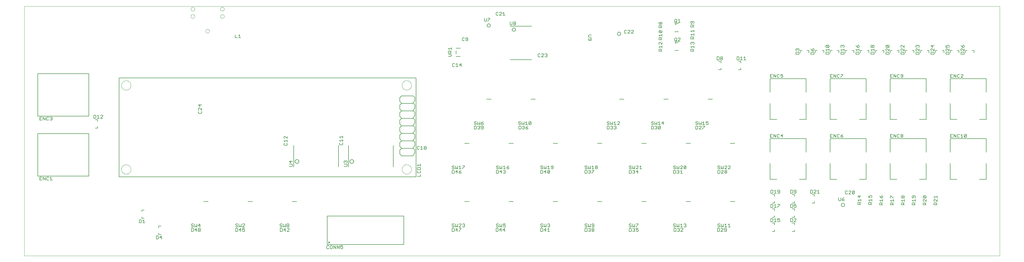
<source format=gto>
G75*
%MOIN*%
%OFA0B0*%
%FSLAX25Y25*%
%IPPOS*%
%LPD*%
%AMOC8*
5,1,8,0,0,1.08239X$1,22.5*
%
%ADD10C,0.00000*%
%ADD11C,0.00800*%
%ADD12C,0.00500*%
%ADD13C,0.00600*%
%ADD14C,0.01414*%
D10*
X0001500Y0002000D02*
X0001500Y0335000D01*
X1301000Y0335000D01*
X1301000Y0002000D01*
X0001500Y0002000D01*
X0130749Y0117346D02*
X0130751Y0117504D01*
X0130757Y0117662D01*
X0130767Y0117820D01*
X0130781Y0117978D01*
X0130799Y0118135D01*
X0130820Y0118292D01*
X0130846Y0118448D01*
X0130876Y0118604D01*
X0130909Y0118759D01*
X0130947Y0118912D01*
X0130988Y0119065D01*
X0131033Y0119217D01*
X0131082Y0119368D01*
X0131135Y0119517D01*
X0131191Y0119665D01*
X0131251Y0119811D01*
X0131315Y0119956D01*
X0131383Y0120099D01*
X0131454Y0120241D01*
X0131528Y0120381D01*
X0131606Y0120518D01*
X0131688Y0120654D01*
X0131772Y0120788D01*
X0131861Y0120919D01*
X0131952Y0121048D01*
X0132047Y0121175D01*
X0132144Y0121300D01*
X0132245Y0121422D01*
X0132349Y0121541D01*
X0132456Y0121658D01*
X0132566Y0121772D01*
X0132679Y0121883D01*
X0132794Y0121992D01*
X0132912Y0122097D01*
X0133033Y0122199D01*
X0133156Y0122299D01*
X0133282Y0122395D01*
X0133410Y0122488D01*
X0133540Y0122578D01*
X0133673Y0122664D01*
X0133808Y0122748D01*
X0133944Y0122827D01*
X0134083Y0122904D01*
X0134224Y0122976D01*
X0134366Y0123046D01*
X0134510Y0123111D01*
X0134656Y0123173D01*
X0134803Y0123231D01*
X0134952Y0123286D01*
X0135102Y0123337D01*
X0135253Y0123384D01*
X0135405Y0123427D01*
X0135558Y0123466D01*
X0135713Y0123502D01*
X0135868Y0123533D01*
X0136024Y0123561D01*
X0136180Y0123585D01*
X0136337Y0123605D01*
X0136495Y0123621D01*
X0136652Y0123633D01*
X0136811Y0123641D01*
X0136969Y0123645D01*
X0137127Y0123645D01*
X0137285Y0123641D01*
X0137444Y0123633D01*
X0137601Y0123621D01*
X0137759Y0123605D01*
X0137916Y0123585D01*
X0138072Y0123561D01*
X0138228Y0123533D01*
X0138383Y0123502D01*
X0138538Y0123466D01*
X0138691Y0123427D01*
X0138843Y0123384D01*
X0138994Y0123337D01*
X0139144Y0123286D01*
X0139293Y0123231D01*
X0139440Y0123173D01*
X0139586Y0123111D01*
X0139730Y0123046D01*
X0139872Y0122976D01*
X0140013Y0122904D01*
X0140152Y0122827D01*
X0140288Y0122748D01*
X0140423Y0122664D01*
X0140556Y0122578D01*
X0140686Y0122488D01*
X0140814Y0122395D01*
X0140940Y0122299D01*
X0141063Y0122199D01*
X0141184Y0122097D01*
X0141302Y0121992D01*
X0141417Y0121883D01*
X0141530Y0121772D01*
X0141640Y0121658D01*
X0141747Y0121541D01*
X0141851Y0121422D01*
X0141952Y0121300D01*
X0142049Y0121175D01*
X0142144Y0121048D01*
X0142235Y0120919D01*
X0142324Y0120788D01*
X0142408Y0120654D01*
X0142490Y0120518D01*
X0142568Y0120381D01*
X0142642Y0120241D01*
X0142713Y0120099D01*
X0142781Y0119956D01*
X0142845Y0119811D01*
X0142905Y0119665D01*
X0142961Y0119517D01*
X0143014Y0119368D01*
X0143063Y0119217D01*
X0143108Y0119065D01*
X0143149Y0118912D01*
X0143187Y0118759D01*
X0143220Y0118604D01*
X0143250Y0118448D01*
X0143276Y0118292D01*
X0143297Y0118135D01*
X0143315Y0117978D01*
X0143329Y0117820D01*
X0143339Y0117662D01*
X0143345Y0117504D01*
X0143347Y0117346D01*
X0143345Y0117188D01*
X0143339Y0117030D01*
X0143329Y0116872D01*
X0143315Y0116714D01*
X0143297Y0116557D01*
X0143276Y0116400D01*
X0143250Y0116244D01*
X0143220Y0116088D01*
X0143187Y0115933D01*
X0143149Y0115780D01*
X0143108Y0115627D01*
X0143063Y0115475D01*
X0143014Y0115324D01*
X0142961Y0115175D01*
X0142905Y0115027D01*
X0142845Y0114881D01*
X0142781Y0114736D01*
X0142713Y0114593D01*
X0142642Y0114451D01*
X0142568Y0114311D01*
X0142490Y0114174D01*
X0142408Y0114038D01*
X0142324Y0113904D01*
X0142235Y0113773D01*
X0142144Y0113644D01*
X0142049Y0113517D01*
X0141952Y0113392D01*
X0141851Y0113270D01*
X0141747Y0113151D01*
X0141640Y0113034D01*
X0141530Y0112920D01*
X0141417Y0112809D01*
X0141302Y0112700D01*
X0141184Y0112595D01*
X0141063Y0112493D01*
X0140940Y0112393D01*
X0140814Y0112297D01*
X0140686Y0112204D01*
X0140556Y0112114D01*
X0140423Y0112028D01*
X0140288Y0111944D01*
X0140152Y0111865D01*
X0140013Y0111788D01*
X0139872Y0111716D01*
X0139730Y0111646D01*
X0139586Y0111581D01*
X0139440Y0111519D01*
X0139293Y0111461D01*
X0139144Y0111406D01*
X0138994Y0111355D01*
X0138843Y0111308D01*
X0138691Y0111265D01*
X0138538Y0111226D01*
X0138383Y0111190D01*
X0138228Y0111159D01*
X0138072Y0111131D01*
X0137916Y0111107D01*
X0137759Y0111087D01*
X0137601Y0111071D01*
X0137444Y0111059D01*
X0137285Y0111051D01*
X0137127Y0111047D01*
X0136969Y0111047D01*
X0136811Y0111051D01*
X0136652Y0111059D01*
X0136495Y0111071D01*
X0136337Y0111087D01*
X0136180Y0111107D01*
X0136024Y0111131D01*
X0135868Y0111159D01*
X0135713Y0111190D01*
X0135558Y0111226D01*
X0135405Y0111265D01*
X0135253Y0111308D01*
X0135102Y0111355D01*
X0134952Y0111406D01*
X0134803Y0111461D01*
X0134656Y0111519D01*
X0134510Y0111581D01*
X0134366Y0111646D01*
X0134224Y0111716D01*
X0134083Y0111788D01*
X0133944Y0111865D01*
X0133808Y0111944D01*
X0133673Y0112028D01*
X0133540Y0112114D01*
X0133410Y0112204D01*
X0133282Y0112297D01*
X0133156Y0112393D01*
X0133033Y0112493D01*
X0132912Y0112595D01*
X0132794Y0112700D01*
X0132679Y0112809D01*
X0132566Y0112920D01*
X0132456Y0113034D01*
X0132349Y0113151D01*
X0132245Y0113270D01*
X0132144Y0113392D01*
X0132047Y0113517D01*
X0131952Y0113644D01*
X0131861Y0113773D01*
X0131772Y0113904D01*
X0131688Y0114038D01*
X0131606Y0114174D01*
X0131528Y0114311D01*
X0131454Y0114451D01*
X0131383Y0114593D01*
X0131315Y0114736D01*
X0131251Y0114881D01*
X0131191Y0115027D01*
X0131135Y0115175D01*
X0131082Y0115324D01*
X0131033Y0115475D01*
X0130988Y0115627D01*
X0130947Y0115780D01*
X0130909Y0115933D01*
X0130876Y0116088D01*
X0130846Y0116244D01*
X0130820Y0116400D01*
X0130799Y0116557D01*
X0130781Y0116714D01*
X0130767Y0116872D01*
X0130757Y0117030D01*
X0130751Y0117188D01*
X0130749Y0117346D01*
X0504578Y0117346D02*
X0504580Y0117504D01*
X0504586Y0117662D01*
X0504596Y0117820D01*
X0504610Y0117978D01*
X0504628Y0118135D01*
X0504649Y0118292D01*
X0504675Y0118448D01*
X0504705Y0118604D01*
X0504738Y0118759D01*
X0504776Y0118912D01*
X0504817Y0119065D01*
X0504862Y0119217D01*
X0504911Y0119368D01*
X0504964Y0119517D01*
X0505020Y0119665D01*
X0505080Y0119811D01*
X0505144Y0119956D01*
X0505212Y0120099D01*
X0505283Y0120241D01*
X0505357Y0120381D01*
X0505435Y0120518D01*
X0505517Y0120654D01*
X0505601Y0120788D01*
X0505690Y0120919D01*
X0505781Y0121048D01*
X0505876Y0121175D01*
X0505973Y0121300D01*
X0506074Y0121422D01*
X0506178Y0121541D01*
X0506285Y0121658D01*
X0506395Y0121772D01*
X0506508Y0121883D01*
X0506623Y0121992D01*
X0506741Y0122097D01*
X0506862Y0122199D01*
X0506985Y0122299D01*
X0507111Y0122395D01*
X0507239Y0122488D01*
X0507369Y0122578D01*
X0507502Y0122664D01*
X0507637Y0122748D01*
X0507773Y0122827D01*
X0507912Y0122904D01*
X0508053Y0122976D01*
X0508195Y0123046D01*
X0508339Y0123111D01*
X0508485Y0123173D01*
X0508632Y0123231D01*
X0508781Y0123286D01*
X0508931Y0123337D01*
X0509082Y0123384D01*
X0509234Y0123427D01*
X0509387Y0123466D01*
X0509542Y0123502D01*
X0509697Y0123533D01*
X0509853Y0123561D01*
X0510009Y0123585D01*
X0510166Y0123605D01*
X0510324Y0123621D01*
X0510481Y0123633D01*
X0510640Y0123641D01*
X0510798Y0123645D01*
X0510956Y0123645D01*
X0511114Y0123641D01*
X0511273Y0123633D01*
X0511430Y0123621D01*
X0511588Y0123605D01*
X0511745Y0123585D01*
X0511901Y0123561D01*
X0512057Y0123533D01*
X0512212Y0123502D01*
X0512367Y0123466D01*
X0512520Y0123427D01*
X0512672Y0123384D01*
X0512823Y0123337D01*
X0512973Y0123286D01*
X0513122Y0123231D01*
X0513269Y0123173D01*
X0513415Y0123111D01*
X0513559Y0123046D01*
X0513701Y0122976D01*
X0513842Y0122904D01*
X0513981Y0122827D01*
X0514117Y0122748D01*
X0514252Y0122664D01*
X0514385Y0122578D01*
X0514515Y0122488D01*
X0514643Y0122395D01*
X0514769Y0122299D01*
X0514892Y0122199D01*
X0515013Y0122097D01*
X0515131Y0121992D01*
X0515246Y0121883D01*
X0515359Y0121772D01*
X0515469Y0121658D01*
X0515576Y0121541D01*
X0515680Y0121422D01*
X0515781Y0121300D01*
X0515878Y0121175D01*
X0515973Y0121048D01*
X0516064Y0120919D01*
X0516153Y0120788D01*
X0516237Y0120654D01*
X0516319Y0120518D01*
X0516397Y0120381D01*
X0516471Y0120241D01*
X0516542Y0120099D01*
X0516610Y0119956D01*
X0516674Y0119811D01*
X0516734Y0119665D01*
X0516790Y0119517D01*
X0516843Y0119368D01*
X0516892Y0119217D01*
X0516937Y0119065D01*
X0516978Y0118912D01*
X0517016Y0118759D01*
X0517049Y0118604D01*
X0517079Y0118448D01*
X0517105Y0118292D01*
X0517126Y0118135D01*
X0517144Y0117978D01*
X0517158Y0117820D01*
X0517168Y0117662D01*
X0517174Y0117504D01*
X0517176Y0117346D01*
X0517174Y0117188D01*
X0517168Y0117030D01*
X0517158Y0116872D01*
X0517144Y0116714D01*
X0517126Y0116557D01*
X0517105Y0116400D01*
X0517079Y0116244D01*
X0517049Y0116088D01*
X0517016Y0115933D01*
X0516978Y0115780D01*
X0516937Y0115627D01*
X0516892Y0115475D01*
X0516843Y0115324D01*
X0516790Y0115175D01*
X0516734Y0115027D01*
X0516674Y0114881D01*
X0516610Y0114736D01*
X0516542Y0114593D01*
X0516471Y0114451D01*
X0516397Y0114311D01*
X0516319Y0114174D01*
X0516237Y0114038D01*
X0516153Y0113904D01*
X0516064Y0113773D01*
X0515973Y0113644D01*
X0515878Y0113517D01*
X0515781Y0113392D01*
X0515680Y0113270D01*
X0515576Y0113151D01*
X0515469Y0113034D01*
X0515359Y0112920D01*
X0515246Y0112809D01*
X0515131Y0112700D01*
X0515013Y0112595D01*
X0514892Y0112493D01*
X0514769Y0112393D01*
X0514643Y0112297D01*
X0514515Y0112204D01*
X0514385Y0112114D01*
X0514252Y0112028D01*
X0514117Y0111944D01*
X0513981Y0111865D01*
X0513842Y0111788D01*
X0513701Y0111716D01*
X0513559Y0111646D01*
X0513415Y0111581D01*
X0513269Y0111519D01*
X0513122Y0111461D01*
X0512973Y0111406D01*
X0512823Y0111355D01*
X0512672Y0111308D01*
X0512520Y0111265D01*
X0512367Y0111226D01*
X0512212Y0111190D01*
X0512057Y0111159D01*
X0511901Y0111131D01*
X0511745Y0111107D01*
X0511588Y0111087D01*
X0511430Y0111071D01*
X0511273Y0111059D01*
X0511114Y0111051D01*
X0510956Y0111047D01*
X0510798Y0111047D01*
X0510640Y0111051D01*
X0510481Y0111059D01*
X0510324Y0111071D01*
X0510166Y0111087D01*
X0510009Y0111107D01*
X0509853Y0111131D01*
X0509697Y0111159D01*
X0509542Y0111190D01*
X0509387Y0111226D01*
X0509234Y0111265D01*
X0509082Y0111308D01*
X0508931Y0111355D01*
X0508781Y0111406D01*
X0508632Y0111461D01*
X0508485Y0111519D01*
X0508339Y0111581D01*
X0508195Y0111646D01*
X0508053Y0111716D01*
X0507912Y0111788D01*
X0507773Y0111865D01*
X0507637Y0111944D01*
X0507502Y0112028D01*
X0507369Y0112114D01*
X0507239Y0112204D01*
X0507111Y0112297D01*
X0506985Y0112393D01*
X0506862Y0112493D01*
X0506741Y0112595D01*
X0506623Y0112700D01*
X0506508Y0112809D01*
X0506395Y0112920D01*
X0506285Y0113034D01*
X0506178Y0113151D01*
X0506074Y0113270D01*
X0505973Y0113392D01*
X0505876Y0113517D01*
X0505781Y0113644D01*
X0505690Y0113773D01*
X0505601Y0113904D01*
X0505517Y0114038D01*
X0505435Y0114174D01*
X0505357Y0114311D01*
X0505283Y0114451D01*
X0505212Y0114593D01*
X0505144Y0114736D01*
X0505080Y0114881D01*
X0505020Y0115027D01*
X0504964Y0115175D01*
X0504911Y0115324D01*
X0504862Y0115475D01*
X0504817Y0115627D01*
X0504776Y0115780D01*
X0504738Y0115933D01*
X0504705Y0116088D01*
X0504675Y0116244D01*
X0504649Y0116400D01*
X0504628Y0116557D01*
X0504610Y0116714D01*
X0504596Y0116872D01*
X0504586Y0117030D01*
X0504580Y0117188D01*
X0504578Y0117346D01*
X0504578Y0229551D02*
X0504580Y0229709D01*
X0504586Y0229867D01*
X0504596Y0230025D01*
X0504610Y0230183D01*
X0504628Y0230340D01*
X0504649Y0230497D01*
X0504675Y0230653D01*
X0504705Y0230809D01*
X0504738Y0230964D01*
X0504776Y0231117D01*
X0504817Y0231270D01*
X0504862Y0231422D01*
X0504911Y0231573D01*
X0504964Y0231722D01*
X0505020Y0231870D01*
X0505080Y0232016D01*
X0505144Y0232161D01*
X0505212Y0232304D01*
X0505283Y0232446D01*
X0505357Y0232586D01*
X0505435Y0232723D01*
X0505517Y0232859D01*
X0505601Y0232993D01*
X0505690Y0233124D01*
X0505781Y0233253D01*
X0505876Y0233380D01*
X0505973Y0233505D01*
X0506074Y0233627D01*
X0506178Y0233746D01*
X0506285Y0233863D01*
X0506395Y0233977D01*
X0506508Y0234088D01*
X0506623Y0234197D01*
X0506741Y0234302D01*
X0506862Y0234404D01*
X0506985Y0234504D01*
X0507111Y0234600D01*
X0507239Y0234693D01*
X0507369Y0234783D01*
X0507502Y0234869D01*
X0507637Y0234953D01*
X0507773Y0235032D01*
X0507912Y0235109D01*
X0508053Y0235181D01*
X0508195Y0235251D01*
X0508339Y0235316D01*
X0508485Y0235378D01*
X0508632Y0235436D01*
X0508781Y0235491D01*
X0508931Y0235542D01*
X0509082Y0235589D01*
X0509234Y0235632D01*
X0509387Y0235671D01*
X0509542Y0235707D01*
X0509697Y0235738D01*
X0509853Y0235766D01*
X0510009Y0235790D01*
X0510166Y0235810D01*
X0510324Y0235826D01*
X0510481Y0235838D01*
X0510640Y0235846D01*
X0510798Y0235850D01*
X0510956Y0235850D01*
X0511114Y0235846D01*
X0511273Y0235838D01*
X0511430Y0235826D01*
X0511588Y0235810D01*
X0511745Y0235790D01*
X0511901Y0235766D01*
X0512057Y0235738D01*
X0512212Y0235707D01*
X0512367Y0235671D01*
X0512520Y0235632D01*
X0512672Y0235589D01*
X0512823Y0235542D01*
X0512973Y0235491D01*
X0513122Y0235436D01*
X0513269Y0235378D01*
X0513415Y0235316D01*
X0513559Y0235251D01*
X0513701Y0235181D01*
X0513842Y0235109D01*
X0513981Y0235032D01*
X0514117Y0234953D01*
X0514252Y0234869D01*
X0514385Y0234783D01*
X0514515Y0234693D01*
X0514643Y0234600D01*
X0514769Y0234504D01*
X0514892Y0234404D01*
X0515013Y0234302D01*
X0515131Y0234197D01*
X0515246Y0234088D01*
X0515359Y0233977D01*
X0515469Y0233863D01*
X0515576Y0233746D01*
X0515680Y0233627D01*
X0515781Y0233505D01*
X0515878Y0233380D01*
X0515973Y0233253D01*
X0516064Y0233124D01*
X0516153Y0232993D01*
X0516237Y0232859D01*
X0516319Y0232723D01*
X0516397Y0232586D01*
X0516471Y0232446D01*
X0516542Y0232304D01*
X0516610Y0232161D01*
X0516674Y0232016D01*
X0516734Y0231870D01*
X0516790Y0231722D01*
X0516843Y0231573D01*
X0516892Y0231422D01*
X0516937Y0231270D01*
X0516978Y0231117D01*
X0517016Y0230964D01*
X0517049Y0230809D01*
X0517079Y0230653D01*
X0517105Y0230497D01*
X0517126Y0230340D01*
X0517144Y0230183D01*
X0517158Y0230025D01*
X0517168Y0229867D01*
X0517174Y0229709D01*
X0517176Y0229551D01*
X0517174Y0229393D01*
X0517168Y0229235D01*
X0517158Y0229077D01*
X0517144Y0228919D01*
X0517126Y0228762D01*
X0517105Y0228605D01*
X0517079Y0228449D01*
X0517049Y0228293D01*
X0517016Y0228138D01*
X0516978Y0227985D01*
X0516937Y0227832D01*
X0516892Y0227680D01*
X0516843Y0227529D01*
X0516790Y0227380D01*
X0516734Y0227232D01*
X0516674Y0227086D01*
X0516610Y0226941D01*
X0516542Y0226798D01*
X0516471Y0226656D01*
X0516397Y0226516D01*
X0516319Y0226379D01*
X0516237Y0226243D01*
X0516153Y0226109D01*
X0516064Y0225978D01*
X0515973Y0225849D01*
X0515878Y0225722D01*
X0515781Y0225597D01*
X0515680Y0225475D01*
X0515576Y0225356D01*
X0515469Y0225239D01*
X0515359Y0225125D01*
X0515246Y0225014D01*
X0515131Y0224905D01*
X0515013Y0224800D01*
X0514892Y0224698D01*
X0514769Y0224598D01*
X0514643Y0224502D01*
X0514515Y0224409D01*
X0514385Y0224319D01*
X0514252Y0224233D01*
X0514117Y0224149D01*
X0513981Y0224070D01*
X0513842Y0223993D01*
X0513701Y0223921D01*
X0513559Y0223851D01*
X0513415Y0223786D01*
X0513269Y0223724D01*
X0513122Y0223666D01*
X0512973Y0223611D01*
X0512823Y0223560D01*
X0512672Y0223513D01*
X0512520Y0223470D01*
X0512367Y0223431D01*
X0512212Y0223395D01*
X0512057Y0223364D01*
X0511901Y0223336D01*
X0511745Y0223312D01*
X0511588Y0223292D01*
X0511430Y0223276D01*
X0511273Y0223264D01*
X0511114Y0223256D01*
X0510956Y0223252D01*
X0510798Y0223252D01*
X0510640Y0223256D01*
X0510481Y0223264D01*
X0510324Y0223276D01*
X0510166Y0223292D01*
X0510009Y0223312D01*
X0509853Y0223336D01*
X0509697Y0223364D01*
X0509542Y0223395D01*
X0509387Y0223431D01*
X0509234Y0223470D01*
X0509082Y0223513D01*
X0508931Y0223560D01*
X0508781Y0223611D01*
X0508632Y0223666D01*
X0508485Y0223724D01*
X0508339Y0223786D01*
X0508195Y0223851D01*
X0508053Y0223921D01*
X0507912Y0223993D01*
X0507773Y0224070D01*
X0507637Y0224149D01*
X0507502Y0224233D01*
X0507369Y0224319D01*
X0507239Y0224409D01*
X0507111Y0224502D01*
X0506985Y0224598D01*
X0506862Y0224698D01*
X0506741Y0224800D01*
X0506623Y0224905D01*
X0506508Y0225014D01*
X0506395Y0225125D01*
X0506285Y0225239D01*
X0506178Y0225356D01*
X0506074Y0225475D01*
X0505973Y0225597D01*
X0505876Y0225722D01*
X0505781Y0225849D01*
X0505690Y0225978D01*
X0505601Y0226109D01*
X0505517Y0226243D01*
X0505435Y0226379D01*
X0505357Y0226516D01*
X0505283Y0226656D01*
X0505212Y0226798D01*
X0505144Y0226941D01*
X0505080Y0227086D01*
X0505020Y0227232D01*
X0504964Y0227380D01*
X0504911Y0227529D01*
X0504862Y0227680D01*
X0504817Y0227832D01*
X0504776Y0227985D01*
X0504738Y0228138D01*
X0504705Y0228293D01*
X0504675Y0228449D01*
X0504649Y0228605D01*
X0504628Y0228762D01*
X0504610Y0228919D01*
X0504596Y0229077D01*
X0504586Y0229235D01*
X0504580Y0229393D01*
X0504578Y0229551D01*
X0242941Y0301783D02*
X0242943Y0301884D01*
X0242949Y0301985D01*
X0242959Y0302086D01*
X0242973Y0302186D01*
X0242991Y0302285D01*
X0243013Y0302384D01*
X0243038Y0302482D01*
X0243068Y0302579D01*
X0243101Y0302674D01*
X0243138Y0302768D01*
X0243179Y0302861D01*
X0243223Y0302952D01*
X0243271Y0303041D01*
X0243323Y0303128D01*
X0243378Y0303213D01*
X0243436Y0303295D01*
X0243497Y0303376D01*
X0243562Y0303454D01*
X0243629Y0303529D01*
X0243699Y0303601D01*
X0243773Y0303671D01*
X0243849Y0303738D01*
X0243927Y0303802D01*
X0244008Y0303862D01*
X0244091Y0303919D01*
X0244177Y0303973D01*
X0244265Y0304024D01*
X0244354Y0304071D01*
X0244445Y0304115D01*
X0244538Y0304154D01*
X0244633Y0304191D01*
X0244728Y0304223D01*
X0244825Y0304252D01*
X0244924Y0304276D01*
X0245022Y0304297D01*
X0245122Y0304314D01*
X0245222Y0304327D01*
X0245323Y0304336D01*
X0245424Y0304341D01*
X0245525Y0304342D01*
X0245626Y0304339D01*
X0245727Y0304332D01*
X0245828Y0304321D01*
X0245928Y0304306D01*
X0246027Y0304287D01*
X0246126Y0304264D01*
X0246223Y0304238D01*
X0246320Y0304207D01*
X0246415Y0304173D01*
X0246508Y0304135D01*
X0246601Y0304093D01*
X0246691Y0304048D01*
X0246780Y0303999D01*
X0246866Y0303947D01*
X0246950Y0303891D01*
X0247033Y0303832D01*
X0247112Y0303770D01*
X0247190Y0303705D01*
X0247264Y0303637D01*
X0247336Y0303565D01*
X0247405Y0303492D01*
X0247471Y0303415D01*
X0247534Y0303336D01*
X0247594Y0303254D01*
X0247650Y0303170D01*
X0247703Y0303084D01*
X0247753Y0302996D01*
X0247799Y0302906D01*
X0247842Y0302815D01*
X0247881Y0302721D01*
X0247916Y0302626D01*
X0247947Y0302530D01*
X0247975Y0302433D01*
X0247999Y0302335D01*
X0248019Y0302236D01*
X0248035Y0302136D01*
X0248047Y0302035D01*
X0248055Y0301935D01*
X0248059Y0301834D01*
X0248059Y0301732D01*
X0248055Y0301631D01*
X0248047Y0301531D01*
X0248035Y0301430D01*
X0248019Y0301330D01*
X0247999Y0301231D01*
X0247975Y0301133D01*
X0247947Y0301036D01*
X0247916Y0300940D01*
X0247881Y0300845D01*
X0247842Y0300751D01*
X0247799Y0300660D01*
X0247753Y0300570D01*
X0247703Y0300482D01*
X0247650Y0300396D01*
X0247594Y0300312D01*
X0247534Y0300230D01*
X0247471Y0300151D01*
X0247405Y0300074D01*
X0247336Y0300001D01*
X0247264Y0299929D01*
X0247190Y0299861D01*
X0247112Y0299796D01*
X0247033Y0299734D01*
X0246950Y0299675D01*
X0246866Y0299619D01*
X0246779Y0299567D01*
X0246691Y0299518D01*
X0246601Y0299473D01*
X0246508Y0299431D01*
X0246415Y0299393D01*
X0246320Y0299359D01*
X0246223Y0299328D01*
X0246126Y0299302D01*
X0246027Y0299279D01*
X0245928Y0299260D01*
X0245828Y0299245D01*
X0245727Y0299234D01*
X0245626Y0299227D01*
X0245525Y0299224D01*
X0245424Y0299225D01*
X0245323Y0299230D01*
X0245222Y0299239D01*
X0245122Y0299252D01*
X0245022Y0299269D01*
X0244924Y0299290D01*
X0244825Y0299314D01*
X0244728Y0299343D01*
X0244633Y0299375D01*
X0244538Y0299412D01*
X0244445Y0299451D01*
X0244354Y0299495D01*
X0244265Y0299542D01*
X0244177Y0299593D01*
X0244091Y0299647D01*
X0244008Y0299704D01*
X0243927Y0299764D01*
X0243849Y0299828D01*
X0243773Y0299895D01*
X0243699Y0299965D01*
X0243629Y0300037D01*
X0243562Y0300112D01*
X0243497Y0300190D01*
X0243436Y0300271D01*
X0243378Y0300353D01*
X0243323Y0300438D01*
X0243271Y0300525D01*
X0243223Y0300614D01*
X0243179Y0300705D01*
X0243138Y0300798D01*
X0243101Y0300892D01*
X0243068Y0300987D01*
X0243038Y0301084D01*
X0243013Y0301182D01*
X0242991Y0301281D01*
X0242973Y0301380D01*
X0242959Y0301480D01*
X0242949Y0301581D01*
X0242943Y0301682D01*
X0242941Y0301783D01*
X0223256Y0321469D02*
X0223258Y0321570D01*
X0223264Y0321671D01*
X0223274Y0321772D01*
X0223288Y0321872D01*
X0223306Y0321971D01*
X0223328Y0322070D01*
X0223353Y0322168D01*
X0223383Y0322265D01*
X0223416Y0322360D01*
X0223453Y0322454D01*
X0223494Y0322547D01*
X0223538Y0322638D01*
X0223586Y0322727D01*
X0223638Y0322814D01*
X0223693Y0322899D01*
X0223751Y0322981D01*
X0223812Y0323062D01*
X0223877Y0323140D01*
X0223944Y0323215D01*
X0224014Y0323287D01*
X0224088Y0323357D01*
X0224164Y0323424D01*
X0224242Y0323488D01*
X0224323Y0323548D01*
X0224406Y0323605D01*
X0224492Y0323659D01*
X0224580Y0323710D01*
X0224669Y0323757D01*
X0224760Y0323801D01*
X0224853Y0323840D01*
X0224948Y0323877D01*
X0225043Y0323909D01*
X0225140Y0323938D01*
X0225239Y0323962D01*
X0225337Y0323983D01*
X0225437Y0324000D01*
X0225537Y0324013D01*
X0225638Y0324022D01*
X0225739Y0324027D01*
X0225840Y0324028D01*
X0225941Y0324025D01*
X0226042Y0324018D01*
X0226143Y0324007D01*
X0226243Y0323992D01*
X0226342Y0323973D01*
X0226441Y0323950D01*
X0226538Y0323924D01*
X0226635Y0323893D01*
X0226730Y0323859D01*
X0226823Y0323821D01*
X0226916Y0323779D01*
X0227006Y0323734D01*
X0227095Y0323685D01*
X0227181Y0323633D01*
X0227265Y0323577D01*
X0227348Y0323518D01*
X0227427Y0323456D01*
X0227505Y0323391D01*
X0227579Y0323323D01*
X0227651Y0323251D01*
X0227720Y0323178D01*
X0227786Y0323101D01*
X0227849Y0323022D01*
X0227909Y0322940D01*
X0227965Y0322856D01*
X0228018Y0322770D01*
X0228068Y0322682D01*
X0228114Y0322592D01*
X0228157Y0322501D01*
X0228196Y0322407D01*
X0228231Y0322312D01*
X0228262Y0322216D01*
X0228290Y0322119D01*
X0228314Y0322021D01*
X0228334Y0321922D01*
X0228350Y0321822D01*
X0228362Y0321721D01*
X0228370Y0321621D01*
X0228374Y0321520D01*
X0228374Y0321418D01*
X0228370Y0321317D01*
X0228362Y0321217D01*
X0228350Y0321116D01*
X0228334Y0321016D01*
X0228314Y0320917D01*
X0228290Y0320819D01*
X0228262Y0320722D01*
X0228231Y0320626D01*
X0228196Y0320531D01*
X0228157Y0320437D01*
X0228114Y0320346D01*
X0228068Y0320256D01*
X0228018Y0320168D01*
X0227965Y0320082D01*
X0227909Y0319998D01*
X0227849Y0319916D01*
X0227786Y0319837D01*
X0227720Y0319760D01*
X0227651Y0319687D01*
X0227579Y0319615D01*
X0227505Y0319547D01*
X0227427Y0319482D01*
X0227348Y0319420D01*
X0227265Y0319361D01*
X0227181Y0319305D01*
X0227094Y0319253D01*
X0227006Y0319204D01*
X0226916Y0319159D01*
X0226823Y0319117D01*
X0226730Y0319079D01*
X0226635Y0319045D01*
X0226538Y0319014D01*
X0226441Y0318988D01*
X0226342Y0318965D01*
X0226243Y0318946D01*
X0226143Y0318931D01*
X0226042Y0318920D01*
X0225941Y0318913D01*
X0225840Y0318910D01*
X0225739Y0318911D01*
X0225638Y0318916D01*
X0225537Y0318925D01*
X0225437Y0318938D01*
X0225337Y0318955D01*
X0225239Y0318976D01*
X0225140Y0319000D01*
X0225043Y0319029D01*
X0224948Y0319061D01*
X0224853Y0319098D01*
X0224760Y0319137D01*
X0224669Y0319181D01*
X0224580Y0319228D01*
X0224492Y0319279D01*
X0224406Y0319333D01*
X0224323Y0319390D01*
X0224242Y0319450D01*
X0224164Y0319514D01*
X0224088Y0319581D01*
X0224014Y0319651D01*
X0223944Y0319723D01*
X0223877Y0319798D01*
X0223812Y0319876D01*
X0223751Y0319957D01*
X0223693Y0320039D01*
X0223638Y0320124D01*
X0223586Y0320211D01*
X0223538Y0320300D01*
X0223494Y0320391D01*
X0223453Y0320484D01*
X0223416Y0320578D01*
X0223383Y0320673D01*
X0223353Y0320770D01*
X0223328Y0320868D01*
X0223306Y0320967D01*
X0223288Y0321066D01*
X0223274Y0321166D01*
X0223264Y0321267D01*
X0223258Y0321368D01*
X0223256Y0321469D01*
X0223256Y0331311D02*
X0223258Y0331412D01*
X0223264Y0331513D01*
X0223274Y0331614D01*
X0223288Y0331714D01*
X0223306Y0331813D01*
X0223328Y0331912D01*
X0223353Y0332010D01*
X0223383Y0332107D01*
X0223416Y0332202D01*
X0223453Y0332296D01*
X0223494Y0332389D01*
X0223538Y0332480D01*
X0223586Y0332569D01*
X0223638Y0332656D01*
X0223693Y0332741D01*
X0223751Y0332823D01*
X0223812Y0332904D01*
X0223877Y0332982D01*
X0223944Y0333057D01*
X0224014Y0333129D01*
X0224088Y0333199D01*
X0224164Y0333266D01*
X0224242Y0333330D01*
X0224323Y0333390D01*
X0224406Y0333447D01*
X0224492Y0333501D01*
X0224580Y0333552D01*
X0224669Y0333599D01*
X0224760Y0333643D01*
X0224853Y0333682D01*
X0224948Y0333719D01*
X0225043Y0333751D01*
X0225140Y0333780D01*
X0225239Y0333804D01*
X0225337Y0333825D01*
X0225437Y0333842D01*
X0225537Y0333855D01*
X0225638Y0333864D01*
X0225739Y0333869D01*
X0225840Y0333870D01*
X0225941Y0333867D01*
X0226042Y0333860D01*
X0226143Y0333849D01*
X0226243Y0333834D01*
X0226342Y0333815D01*
X0226441Y0333792D01*
X0226538Y0333766D01*
X0226635Y0333735D01*
X0226730Y0333701D01*
X0226823Y0333663D01*
X0226916Y0333621D01*
X0227006Y0333576D01*
X0227095Y0333527D01*
X0227181Y0333475D01*
X0227265Y0333419D01*
X0227348Y0333360D01*
X0227427Y0333298D01*
X0227505Y0333233D01*
X0227579Y0333165D01*
X0227651Y0333093D01*
X0227720Y0333020D01*
X0227786Y0332943D01*
X0227849Y0332864D01*
X0227909Y0332782D01*
X0227965Y0332698D01*
X0228018Y0332612D01*
X0228068Y0332524D01*
X0228114Y0332434D01*
X0228157Y0332343D01*
X0228196Y0332249D01*
X0228231Y0332154D01*
X0228262Y0332058D01*
X0228290Y0331961D01*
X0228314Y0331863D01*
X0228334Y0331764D01*
X0228350Y0331664D01*
X0228362Y0331563D01*
X0228370Y0331463D01*
X0228374Y0331362D01*
X0228374Y0331260D01*
X0228370Y0331159D01*
X0228362Y0331059D01*
X0228350Y0330958D01*
X0228334Y0330858D01*
X0228314Y0330759D01*
X0228290Y0330661D01*
X0228262Y0330564D01*
X0228231Y0330468D01*
X0228196Y0330373D01*
X0228157Y0330279D01*
X0228114Y0330188D01*
X0228068Y0330098D01*
X0228018Y0330010D01*
X0227965Y0329924D01*
X0227909Y0329840D01*
X0227849Y0329758D01*
X0227786Y0329679D01*
X0227720Y0329602D01*
X0227651Y0329529D01*
X0227579Y0329457D01*
X0227505Y0329389D01*
X0227427Y0329324D01*
X0227348Y0329262D01*
X0227265Y0329203D01*
X0227181Y0329147D01*
X0227094Y0329095D01*
X0227006Y0329046D01*
X0226916Y0329001D01*
X0226823Y0328959D01*
X0226730Y0328921D01*
X0226635Y0328887D01*
X0226538Y0328856D01*
X0226441Y0328830D01*
X0226342Y0328807D01*
X0226243Y0328788D01*
X0226143Y0328773D01*
X0226042Y0328762D01*
X0225941Y0328755D01*
X0225840Y0328752D01*
X0225739Y0328753D01*
X0225638Y0328758D01*
X0225537Y0328767D01*
X0225437Y0328780D01*
X0225337Y0328797D01*
X0225239Y0328818D01*
X0225140Y0328842D01*
X0225043Y0328871D01*
X0224948Y0328903D01*
X0224853Y0328940D01*
X0224760Y0328979D01*
X0224669Y0329023D01*
X0224580Y0329070D01*
X0224492Y0329121D01*
X0224406Y0329175D01*
X0224323Y0329232D01*
X0224242Y0329292D01*
X0224164Y0329356D01*
X0224088Y0329423D01*
X0224014Y0329493D01*
X0223944Y0329565D01*
X0223877Y0329640D01*
X0223812Y0329718D01*
X0223751Y0329799D01*
X0223693Y0329881D01*
X0223638Y0329966D01*
X0223586Y0330053D01*
X0223538Y0330142D01*
X0223494Y0330233D01*
X0223453Y0330326D01*
X0223416Y0330420D01*
X0223383Y0330515D01*
X0223353Y0330612D01*
X0223328Y0330710D01*
X0223306Y0330809D01*
X0223288Y0330908D01*
X0223274Y0331008D01*
X0223264Y0331109D01*
X0223258Y0331210D01*
X0223256Y0331311D01*
X0262626Y0331311D02*
X0262628Y0331412D01*
X0262634Y0331513D01*
X0262644Y0331614D01*
X0262658Y0331714D01*
X0262676Y0331813D01*
X0262698Y0331912D01*
X0262723Y0332010D01*
X0262753Y0332107D01*
X0262786Y0332202D01*
X0262823Y0332296D01*
X0262864Y0332389D01*
X0262908Y0332480D01*
X0262956Y0332569D01*
X0263008Y0332656D01*
X0263063Y0332741D01*
X0263121Y0332823D01*
X0263182Y0332904D01*
X0263247Y0332982D01*
X0263314Y0333057D01*
X0263384Y0333129D01*
X0263458Y0333199D01*
X0263534Y0333266D01*
X0263612Y0333330D01*
X0263693Y0333390D01*
X0263776Y0333447D01*
X0263862Y0333501D01*
X0263950Y0333552D01*
X0264039Y0333599D01*
X0264130Y0333643D01*
X0264223Y0333682D01*
X0264318Y0333719D01*
X0264413Y0333751D01*
X0264510Y0333780D01*
X0264609Y0333804D01*
X0264707Y0333825D01*
X0264807Y0333842D01*
X0264907Y0333855D01*
X0265008Y0333864D01*
X0265109Y0333869D01*
X0265210Y0333870D01*
X0265311Y0333867D01*
X0265412Y0333860D01*
X0265513Y0333849D01*
X0265613Y0333834D01*
X0265712Y0333815D01*
X0265811Y0333792D01*
X0265908Y0333766D01*
X0266005Y0333735D01*
X0266100Y0333701D01*
X0266193Y0333663D01*
X0266286Y0333621D01*
X0266376Y0333576D01*
X0266465Y0333527D01*
X0266551Y0333475D01*
X0266635Y0333419D01*
X0266718Y0333360D01*
X0266797Y0333298D01*
X0266875Y0333233D01*
X0266949Y0333165D01*
X0267021Y0333093D01*
X0267090Y0333020D01*
X0267156Y0332943D01*
X0267219Y0332864D01*
X0267279Y0332782D01*
X0267335Y0332698D01*
X0267388Y0332612D01*
X0267438Y0332524D01*
X0267484Y0332434D01*
X0267527Y0332343D01*
X0267566Y0332249D01*
X0267601Y0332154D01*
X0267632Y0332058D01*
X0267660Y0331961D01*
X0267684Y0331863D01*
X0267704Y0331764D01*
X0267720Y0331664D01*
X0267732Y0331563D01*
X0267740Y0331463D01*
X0267744Y0331362D01*
X0267744Y0331260D01*
X0267740Y0331159D01*
X0267732Y0331059D01*
X0267720Y0330958D01*
X0267704Y0330858D01*
X0267684Y0330759D01*
X0267660Y0330661D01*
X0267632Y0330564D01*
X0267601Y0330468D01*
X0267566Y0330373D01*
X0267527Y0330279D01*
X0267484Y0330188D01*
X0267438Y0330098D01*
X0267388Y0330010D01*
X0267335Y0329924D01*
X0267279Y0329840D01*
X0267219Y0329758D01*
X0267156Y0329679D01*
X0267090Y0329602D01*
X0267021Y0329529D01*
X0266949Y0329457D01*
X0266875Y0329389D01*
X0266797Y0329324D01*
X0266718Y0329262D01*
X0266635Y0329203D01*
X0266551Y0329147D01*
X0266464Y0329095D01*
X0266376Y0329046D01*
X0266286Y0329001D01*
X0266193Y0328959D01*
X0266100Y0328921D01*
X0266005Y0328887D01*
X0265908Y0328856D01*
X0265811Y0328830D01*
X0265712Y0328807D01*
X0265613Y0328788D01*
X0265513Y0328773D01*
X0265412Y0328762D01*
X0265311Y0328755D01*
X0265210Y0328752D01*
X0265109Y0328753D01*
X0265008Y0328758D01*
X0264907Y0328767D01*
X0264807Y0328780D01*
X0264707Y0328797D01*
X0264609Y0328818D01*
X0264510Y0328842D01*
X0264413Y0328871D01*
X0264318Y0328903D01*
X0264223Y0328940D01*
X0264130Y0328979D01*
X0264039Y0329023D01*
X0263950Y0329070D01*
X0263862Y0329121D01*
X0263776Y0329175D01*
X0263693Y0329232D01*
X0263612Y0329292D01*
X0263534Y0329356D01*
X0263458Y0329423D01*
X0263384Y0329493D01*
X0263314Y0329565D01*
X0263247Y0329640D01*
X0263182Y0329718D01*
X0263121Y0329799D01*
X0263063Y0329881D01*
X0263008Y0329966D01*
X0262956Y0330053D01*
X0262908Y0330142D01*
X0262864Y0330233D01*
X0262823Y0330326D01*
X0262786Y0330420D01*
X0262753Y0330515D01*
X0262723Y0330612D01*
X0262698Y0330710D01*
X0262676Y0330809D01*
X0262658Y0330908D01*
X0262644Y0331008D01*
X0262634Y0331109D01*
X0262628Y0331210D01*
X0262626Y0331311D01*
X0262626Y0321469D02*
X0262628Y0321570D01*
X0262634Y0321671D01*
X0262644Y0321772D01*
X0262658Y0321872D01*
X0262676Y0321971D01*
X0262698Y0322070D01*
X0262723Y0322168D01*
X0262753Y0322265D01*
X0262786Y0322360D01*
X0262823Y0322454D01*
X0262864Y0322547D01*
X0262908Y0322638D01*
X0262956Y0322727D01*
X0263008Y0322814D01*
X0263063Y0322899D01*
X0263121Y0322981D01*
X0263182Y0323062D01*
X0263247Y0323140D01*
X0263314Y0323215D01*
X0263384Y0323287D01*
X0263458Y0323357D01*
X0263534Y0323424D01*
X0263612Y0323488D01*
X0263693Y0323548D01*
X0263776Y0323605D01*
X0263862Y0323659D01*
X0263950Y0323710D01*
X0264039Y0323757D01*
X0264130Y0323801D01*
X0264223Y0323840D01*
X0264318Y0323877D01*
X0264413Y0323909D01*
X0264510Y0323938D01*
X0264609Y0323962D01*
X0264707Y0323983D01*
X0264807Y0324000D01*
X0264907Y0324013D01*
X0265008Y0324022D01*
X0265109Y0324027D01*
X0265210Y0324028D01*
X0265311Y0324025D01*
X0265412Y0324018D01*
X0265513Y0324007D01*
X0265613Y0323992D01*
X0265712Y0323973D01*
X0265811Y0323950D01*
X0265908Y0323924D01*
X0266005Y0323893D01*
X0266100Y0323859D01*
X0266193Y0323821D01*
X0266286Y0323779D01*
X0266376Y0323734D01*
X0266465Y0323685D01*
X0266551Y0323633D01*
X0266635Y0323577D01*
X0266718Y0323518D01*
X0266797Y0323456D01*
X0266875Y0323391D01*
X0266949Y0323323D01*
X0267021Y0323251D01*
X0267090Y0323178D01*
X0267156Y0323101D01*
X0267219Y0323022D01*
X0267279Y0322940D01*
X0267335Y0322856D01*
X0267388Y0322770D01*
X0267438Y0322682D01*
X0267484Y0322592D01*
X0267527Y0322501D01*
X0267566Y0322407D01*
X0267601Y0322312D01*
X0267632Y0322216D01*
X0267660Y0322119D01*
X0267684Y0322021D01*
X0267704Y0321922D01*
X0267720Y0321822D01*
X0267732Y0321721D01*
X0267740Y0321621D01*
X0267744Y0321520D01*
X0267744Y0321418D01*
X0267740Y0321317D01*
X0267732Y0321217D01*
X0267720Y0321116D01*
X0267704Y0321016D01*
X0267684Y0320917D01*
X0267660Y0320819D01*
X0267632Y0320722D01*
X0267601Y0320626D01*
X0267566Y0320531D01*
X0267527Y0320437D01*
X0267484Y0320346D01*
X0267438Y0320256D01*
X0267388Y0320168D01*
X0267335Y0320082D01*
X0267279Y0319998D01*
X0267219Y0319916D01*
X0267156Y0319837D01*
X0267090Y0319760D01*
X0267021Y0319687D01*
X0266949Y0319615D01*
X0266875Y0319547D01*
X0266797Y0319482D01*
X0266718Y0319420D01*
X0266635Y0319361D01*
X0266551Y0319305D01*
X0266464Y0319253D01*
X0266376Y0319204D01*
X0266286Y0319159D01*
X0266193Y0319117D01*
X0266100Y0319079D01*
X0266005Y0319045D01*
X0265908Y0319014D01*
X0265811Y0318988D01*
X0265712Y0318965D01*
X0265613Y0318946D01*
X0265513Y0318931D01*
X0265412Y0318920D01*
X0265311Y0318913D01*
X0265210Y0318910D01*
X0265109Y0318911D01*
X0265008Y0318916D01*
X0264907Y0318925D01*
X0264807Y0318938D01*
X0264707Y0318955D01*
X0264609Y0318976D01*
X0264510Y0319000D01*
X0264413Y0319029D01*
X0264318Y0319061D01*
X0264223Y0319098D01*
X0264130Y0319137D01*
X0264039Y0319181D01*
X0263950Y0319228D01*
X0263862Y0319279D01*
X0263776Y0319333D01*
X0263693Y0319390D01*
X0263612Y0319450D01*
X0263534Y0319514D01*
X0263458Y0319581D01*
X0263384Y0319651D01*
X0263314Y0319723D01*
X0263247Y0319798D01*
X0263182Y0319876D01*
X0263121Y0319957D01*
X0263063Y0320039D01*
X0263008Y0320124D01*
X0262956Y0320211D01*
X0262908Y0320300D01*
X0262864Y0320391D01*
X0262823Y0320484D01*
X0262786Y0320578D01*
X0262753Y0320673D01*
X0262723Y0320770D01*
X0262698Y0320868D01*
X0262676Y0320967D01*
X0262658Y0321066D01*
X0262644Y0321166D01*
X0262634Y0321267D01*
X0262628Y0321368D01*
X0262626Y0321469D01*
X0130703Y0229471D02*
X0130705Y0229629D01*
X0130711Y0229787D01*
X0130721Y0229945D01*
X0130735Y0230103D01*
X0130753Y0230260D01*
X0130774Y0230417D01*
X0130800Y0230573D01*
X0130830Y0230729D01*
X0130863Y0230884D01*
X0130901Y0231037D01*
X0130942Y0231190D01*
X0130987Y0231342D01*
X0131036Y0231493D01*
X0131089Y0231642D01*
X0131145Y0231790D01*
X0131205Y0231936D01*
X0131269Y0232081D01*
X0131337Y0232224D01*
X0131408Y0232366D01*
X0131482Y0232506D01*
X0131560Y0232643D01*
X0131642Y0232779D01*
X0131726Y0232913D01*
X0131815Y0233044D01*
X0131906Y0233173D01*
X0132001Y0233300D01*
X0132098Y0233425D01*
X0132199Y0233547D01*
X0132303Y0233666D01*
X0132410Y0233783D01*
X0132520Y0233897D01*
X0132633Y0234008D01*
X0132748Y0234117D01*
X0132866Y0234222D01*
X0132987Y0234324D01*
X0133110Y0234424D01*
X0133236Y0234520D01*
X0133364Y0234613D01*
X0133494Y0234703D01*
X0133627Y0234789D01*
X0133762Y0234873D01*
X0133898Y0234952D01*
X0134037Y0235029D01*
X0134178Y0235101D01*
X0134320Y0235171D01*
X0134464Y0235236D01*
X0134610Y0235298D01*
X0134757Y0235356D01*
X0134906Y0235411D01*
X0135056Y0235462D01*
X0135207Y0235509D01*
X0135359Y0235552D01*
X0135512Y0235591D01*
X0135667Y0235627D01*
X0135822Y0235658D01*
X0135978Y0235686D01*
X0136134Y0235710D01*
X0136291Y0235730D01*
X0136449Y0235746D01*
X0136606Y0235758D01*
X0136765Y0235766D01*
X0136923Y0235770D01*
X0137081Y0235770D01*
X0137239Y0235766D01*
X0137398Y0235758D01*
X0137555Y0235746D01*
X0137713Y0235730D01*
X0137870Y0235710D01*
X0138026Y0235686D01*
X0138182Y0235658D01*
X0138337Y0235627D01*
X0138492Y0235591D01*
X0138645Y0235552D01*
X0138797Y0235509D01*
X0138948Y0235462D01*
X0139098Y0235411D01*
X0139247Y0235356D01*
X0139394Y0235298D01*
X0139540Y0235236D01*
X0139684Y0235171D01*
X0139826Y0235101D01*
X0139967Y0235029D01*
X0140106Y0234952D01*
X0140242Y0234873D01*
X0140377Y0234789D01*
X0140510Y0234703D01*
X0140640Y0234613D01*
X0140768Y0234520D01*
X0140894Y0234424D01*
X0141017Y0234324D01*
X0141138Y0234222D01*
X0141256Y0234117D01*
X0141371Y0234008D01*
X0141484Y0233897D01*
X0141594Y0233783D01*
X0141701Y0233666D01*
X0141805Y0233547D01*
X0141906Y0233425D01*
X0142003Y0233300D01*
X0142098Y0233173D01*
X0142189Y0233044D01*
X0142278Y0232913D01*
X0142362Y0232779D01*
X0142444Y0232643D01*
X0142522Y0232506D01*
X0142596Y0232366D01*
X0142667Y0232224D01*
X0142735Y0232081D01*
X0142799Y0231936D01*
X0142859Y0231790D01*
X0142915Y0231642D01*
X0142968Y0231493D01*
X0143017Y0231342D01*
X0143062Y0231190D01*
X0143103Y0231037D01*
X0143141Y0230884D01*
X0143174Y0230729D01*
X0143204Y0230573D01*
X0143230Y0230417D01*
X0143251Y0230260D01*
X0143269Y0230103D01*
X0143283Y0229945D01*
X0143293Y0229787D01*
X0143299Y0229629D01*
X0143301Y0229471D01*
X0143299Y0229313D01*
X0143293Y0229155D01*
X0143283Y0228997D01*
X0143269Y0228839D01*
X0143251Y0228682D01*
X0143230Y0228525D01*
X0143204Y0228369D01*
X0143174Y0228213D01*
X0143141Y0228058D01*
X0143103Y0227905D01*
X0143062Y0227752D01*
X0143017Y0227600D01*
X0142968Y0227449D01*
X0142915Y0227300D01*
X0142859Y0227152D01*
X0142799Y0227006D01*
X0142735Y0226861D01*
X0142667Y0226718D01*
X0142596Y0226576D01*
X0142522Y0226436D01*
X0142444Y0226299D01*
X0142362Y0226163D01*
X0142278Y0226029D01*
X0142189Y0225898D01*
X0142098Y0225769D01*
X0142003Y0225642D01*
X0141906Y0225517D01*
X0141805Y0225395D01*
X0141701Y0225276D01*
X0141594Y0225159D01*
X0141484Y0225045D01*
X0141371Y0224934D01*
X0141256Y0224825D01*
X0141138Y0224720D01*
X0141017Y0224618D01*
X0140894Y0224518D01*
X0140768Y0224422D01*
X0140640Y0224329D01*
X0140510Y0224239D01*
X0140377Y0224153D01*
X0140242Y0224069D01*
X0140106Y0223990D01*
X0139967Y0223913D01*
X0139826Y0223841D01*
X0139684Y0223771D01*
X0139540Y0223706D01*
X0139394Y0223644D01*
X0139247Y0223586D01*
X0139098Y0223531D01*
X0138948Y0223480D01*
X0138797Y0223433D01*
X0138645Y0223390D01*
X0138492Y0223351D01*
X0138337Y0223315D01*
X0138182Y0223284D01*
X0138026Y0223256D01*
X0137870Y0223232D01*
X0137713Y0223212D01*
X0137555Y0223196D01*
X0137398Y0223184D01*
X0137239Y0223176D01*
X0137081Y0223172D01*
X0136923Y0223172D01*
X0136765Y0223176D01*
X0136606Y0223184D01*
X0136449Y0223196D01*
X0136291Y0223212D01*
X0136134Y0223232D01*
X0135978Y0223256D01*
X0135822Y0223284D01*
X0135667Y0223315D01*
X0135512Y0223351D01*
X0135359Y0223390D01*
X0135207Y0223433D01*
X0135056Y0223480D01*
X0134906Y0223531D01*
X0134757Y0223586D01*
X0134610Y0223644D01*
X0134464Y0223706D01*
X0134320Y0223771D01*
X0134178Y0223841D01*
X0134037Y0223913D01*
X0133898Y0223990D01*
X0133762Y0224069D01*
X0133627Y0224153D01*
X0133494Y0224239D01*
X0133364Y0224329D01*
X0133236Y0224422D01*
X0133110Y0224518D01*
X0132987Y0224618D01*
X0132866Y0224720D01*
X0132748Y0224825D01*
X0132633Y0224934D01*
X0132520Y0225045D01*
X0132410Y0225159D01*
X0132303Y0225276D01*
X0132199Y0225395D01*
X0132098Y0225517D01*
X0132001Y0225642D01*
X0131906Y0225769D01*
X0131815Y0225898D01*
X0131726Y0226029D01*
X0131642Y0226163D01*
X0131560Y0226299D01*
X0131482Y0226436D01*
X0131408Y0226576D01*
X0131337Y0226718D01*
X0131269Y0226861D01*
X0131205Y0227006D01*
X0131145Y0227152D01*
X0131089Y0227300D01*
X0131036Y0227449D01*
X0130987Y0227600D01*
X0130942Y0227752D01*
X0130901Y0227905D01*
X0130863Y0228058D01*
X0130830Y0228213D01*
X0130800Y0228369D01*
X0130774Y0228525D01*
X0130753Y0228682D01*
X0130735Y0228839D01*
X0130721Y0228997D01*
X0130711Y0229155D01*
X0130705Y0229313D01*
X0130703Y0229471D01*
D11*
X0233396Y0203210D02*
X0235498Y0201108D01*
X0235498Y0203910D01*
X0237600Y0203210D02*
X0233396Y0203210D01*
X0234097Y0199306D02*
X0233396Y0198606D01*
X0233396Y0197205D01*
X0234097Y0196504D01*
X0234097Y0194702D02*
X0233396Y0194002D01*
X0233396Y0192601D01*
X0234097Y0191900D01*
X0236899Y0191900D01*
X0237600Y0192601D01*
X0237600Y0194002D01*
X0236899Y0194702D01*
X0237600Y0196504D02*
X0234798Y0199306D01*
X0234097Y0199306D01*
X0237600Y0199306D02*
X0237600Y0196504D01*
X0347396Y0160710D02*
X0347396Y0159308D01*
X0348097Y0158608D01*
X0347396Y0160710D02*
X0348097Y0161410D01*
X0348798Y0161410D01*
X0351600Y0158608D01*
X0351600Y0161410D01*
X0351600Y0156806D02*
X0351600Y0154004D01*
X0351600Y0155405D02*
X0347396Y0155405D01*
X0348798Y0154004D01*
X0348097Y0152202D02*
X0347396Y0151502D01*
X0347396Y0150101D01*
X0348097Y0149400D01*
X0350899Y0149400D01*
X0351600Y0150101D01*
X0351600Y0151502D01*
X0350899Y0152202D01*
X0360197Y0149311D02*
X0360197Y0120689D01*
X0358600Y0122101D02*
X0357899Y0121400D01*
X0354396Y0121400D01*
X0354396Y0124202D02*
X0357899Y0124202D01*
X0358600Y0123502D01*
X0358600Y0122101D01*
X0356498Y0126004D02*
X0356498Y0128806D01*
X0354396Y0128106D02*
X0356498Y0126004D01*
X0358600Y0128106D02*
X0354396Y0128106D01*
X0362155Y0127913D02*
X0362157Y0128013D01*
X0362163Y0128113D01*
X0362173Y0128212D01*
X0362187Y0128311D01*
X0362204Y0128410D01*
X0362226Y0128507D01*
X0362251Y0128604D01*
X0362280Y0128700D01*
X0362313Y0128794D01*
X0362350Y0128887D01*
X0362390Y0128978D01*
X0362434Y0129068D01*
X0362482Y0129156D01*
X0362532Y0129242D01*
X0362587Y0129326D01*
X0362644Y0129408D01*
X0362705Y0129488D01*
X0362768Y0129565D01*
X0362835Y0129639D01*
X0362905Y0129711D01*
X0362977Y0129780D01*
X0363052Y0129846D01*
X0363130Y0129909D01*
X0363210Y0129969D01*
X0363292Y0130025D01*
X0363377Y0130079D01*
X0363464Y0130129D01*
X0363552Y0130175D01*
X0363642Y0130218D01*
X0363734Y0130258D01*
X0363828Y0130293D01*
X0363922Y0130325D01*
X0364018Y0130354D01*
X0364115Y0130378D01*
X0364213Y0130399D01*
X0364311Y0130415D01*
X0364411Y0130428D01*
X0364510Y0130437D01*
X0364610Y0130442D01*
X0364710Y0130443D01*
X0364810Y0130440D01*
X0364910Y0130433D01*
X0365009Y0130422D01*
X0365108Y0130407D01*
X0365206Y0130389D01*
X0365304Y0130366D01*
X0365400Y0130340D01*
X0365495Y0130310D01*
X0365589Y0130276D01*
X0365682Y0130238D01*
X0365773Y0130197D01*
X0365862Y0130152D01*
X0365950Y0130104D01*
X0366036Y0130052D01*
X0366119Y0129997D01*
X0366200Y0129939D01*
X0366279Y0129878D01*
X0366355Y0129813D01*
X0366429Y0129746D01*
X0366500Y0129675D01*
X0366568Y0129602D01*
X0366634Y0129526D01*
X0366696Y0129448D01*
X0366755Y0129368D01*
X0366811Y0129285D01*
X0366863Y0129200D01*
X0366913Y0129113D01*
X0366958Y0129024D01*
X0367000Y0128933D01*
X0367039Y0128841D01*
X0367074Y0128747D01*
X0367105Y0128652D01*
X0367132Y0128556D01*
X0367155Y0128459D01*
X0367175Y0128361D01*
X0367191Y0128262D01*
X0367203Y0128163D01*
X0367211Y0128063D01*
X0367215Y0127963D01*
X0367215Y0127863D01*
X0367211Y0127763D01*
X0367203Y0127663D01*
X0367191Y0127564D01*
X0367175Y0127465D01*
X0367155Y0127367D01*
X0367132Y0127270D01*
X0367105Y0127174D01*
X0367074Y0127079D01*
X0367039Y0126985D01*
X0367000Y0126893D01*
X0366958Y0126802D01*
X0366913Y0126713D01*
X0366863Y0126626D01*
X0366811Y0126541D01*
X0366755Y0126458D01*
X0366696Y0126378D01*
X0366634Y0126300D01*
X0366568Y0126224D01*
X0366500Y0126151D01*
X0366429Y0126080D01*
X0366355Y0126013D01*
X0366279Y0125948D01*
X0366200Y0125887D01*
X0366119Y0125829D01*
X0366036Y0125774D01*
X0365950Y0125722D01*
X0365862Y0125674D01*
X0365773Y0125629D01*
X0365682Y0125588D01*
X0365589Y0125550D01*
X0365495Y0125516D01*
X0365400Y0125486D01*
X0365304Y0125460D01*
X0365206Y0125437D01*
X0365108Y0125419D01*
X0365009Y0125404D01*
X0364910Y0125393D01*
X0364810Y0125386D01*
X0364710Y0125383D01*
X0364610Y0125384D01*
X0364510Y0125389D01*
X0364411Y0125398D01*
X0364311Y0125411D01*
X0364213Y0125427D01*
X0364115Y0125448D01*
X0364018Y0125472D01*
X0363922Y0125501D01*
X0363828Y0125533D01*
X0363734Y0125568D01*
X0363642Y0125608D01*
X0363552Y0125651D01*
X0363464Y0125697D01*
X0363377Y0125747D01*
X0363292Y0125801D01*
X0363210Y0125857D01*
X0363130Y0125917D01*
X0363052Y0125980D01*
X0362977Y0126046D01*
X0362905Y0126115D01*
X0362835Y0126187D01*
X0362768Y0126261D01*
X0362705Y0126338D01*
X0362644Y0126418D01*
X0362587Y0126500D01*
X0362532Y0126584D01*
X0362482Y0126670D01*
X0362434Y0126758D01*
X0362390Y0126848D01*
X0362350Y0126939D01*
X0362313Y0127032D01*
X0362280Y0127126D01*
X0362251Y0127222D01*
X0362226Y0127319D01*
X0362204Y0127416D01*
X0362187Y0127515D01*
X0362173Y0127614D01*
X0362163Y0127713D01*
X0362157Y0127813D01*
X0362155Y0127913D01*
X0419902Y0120689D02*
X0419902Y0149311D01*
X0421396Y0150601D02*
X0422097Y0149900D01*
X0424899Y0149900D01*
X0425600Y0150601D01*
X0425600Y0152002D01*
X0424899Y0152702D01*
X0425600Y0154504D02*
X0425600Y0157306D01*
X0425600Y0155905D02*
X0421396Y0155905D01*
X0422798Y0154504D01*
X0422097Y0152702D02*
X0421396Y0152002D01*
X0421396Y0150601D01*
X0433197Y0149311D02*
X0433197Y0120689D01*
X0431600Y0122101D02*
X0430899Y0121400D01*
X0427396Y0121400D01*
X0427396Y0124202D02*
X0430899Y0124202D01*
X0431600Y0123502D01*
X0431600Y0122101D01*
X0430899Y0126004D02*
X0431600Y0126705D01*
X0431600Y0128106D01*
X0430899Y0128806D01*
X0430199Y0128806D01*
X0429498Y0128106D01*
X0429498Y0127405D01*
X0429498Y0128106D02*
X0428798Y0128806D01*
X0428097Y0128806D01*
X0427396Y0128106D01*
X0427396Y0126705D01*
X0428097Y0126004D01*
X0435155Y0127913D02*
X0435157Y0128013D01*
X0435163Y0128113D01*
X0435173Y0128212D01*
X0435187Y0128311D01*
X0435204Y0128410D01*
X0435226Y0128507D01*
X0435251Y0128604D01*
X0435280Y0128700D01*
X0435313Y0128794D01*
X0435350Y0128887D01*
X0435390Y0128978D01*
X0435434Y0129068D01*
X0435482Y0129156D01*
X0435532Y0129242D01*
X0435587Y0129326D01*
X0435644Y0129408D01*
X0435705Y0129488D01*
X0435768Y0129565D01*
X0435835Y0129639D01*
X0435905Y0129711D01*
X0435977Y0129780D01*
X0436052Y0129846D01*
X0436130Y0129909D01*
X0436210Y0129969D01*
X0436292Y0130025D01*
X0436377Y0130079D01*
X0436464Y0130129D01*
X0436552Y0130175D01*
X0436642Y0130218D01*
X0436734Y0130258D01*
X0436828Y0130293D01*
X0436922Y0130325D01*
X0437018Y0130354D01*
X0437115Y0130378D01*
X0437213Y0130399D01*
X0437311Y0130415D01*
X0437411Y0130428D01*
X0437510Y0130437D01*
X0437610Y0130442D01*
X0437710Y0130443D01*
X0437810Y0130440D01*
X0437910Y0130433D01*
X0438009Y0130422D01*
X0438108Y0130407D01*
X0438206Y0130389D01*
X0438304Y0130366D01*
X0438400Y0130340D01*
X0438495Y0130310D01*
X0438589Y0130276D01*
X0438682Y0130238D01*
X0438773Y0130197D01*
X0438862Y0130152D01*
X0438950Y0130104D01*
X0439036Y0130052D01*
X0439119Y0129997D01*
X0439200Y0129939D01*
X0439279Y0129878D01*
X0439355Y0129813D01*
X0439429Y0129746D01*
X0439500Y0129675D01*
X0439568Y0129602D01*
X0439634Y0129526D01*
X0439696Y0129448D01*
X0439755Y0129368D01*
X0439811Y0129285D01*
X0439863Y0129200D01*
X0439913Y0129113D01*
X0439958Y0129024D01*
X0440000Y0128933D01*
X0440039Y0128841D01*
X0440074Y0128747D01*
X0440105Y0128652D01*
X0440132Y0128556D01*
X0440155Y0128459D01*
X0440175Y0128361D01*
X0440191Y0128262D01*
X0440203Y0128163D01*
X0440211Y0128063D01*
X0440215Y0127963D01*
X0440215Y0127863D01*
X0440211Y0127763D01*
X0440203Y0127663D01*
X0440191Y0127564D01*
X0440175Y0127465D01*
X0440155Y0127367D01*
X0440132Y0127270D01*
X0440105Y0127174D01*
X0440074Y0127079D01*
X0440039Y0126985D01*
X0440000Y0126893D01*
X0439958Y0126802D01*
X0439913Y0126713D01*
X0439863Y0126626D01*
X0439811Y0126541D01*
X0439755Y0126458D01*
X0439696Y0126378D01*
X0439634Y0126300D01*
X0439568Y0126224D01*
X0439500Y0126151D01*
X0439429Y0126080D01*
X0439355Y0126013D01*
X0439279Y0125948D01*
X0439200Y0125887D01*
X0439119Y0125829D01*
X0439036Y0125774D01*
X0438950Y0125722D01*
X0438862Y0125674D01*
X0438773Y0125629D01*
X0438682Y0125588D01*
X0438589Y0125550D01*
X0438495Y0125516D01*
X0438400Y0125486D01*
X0438304Y0125460D01*
X0438206Y0125437D01*
X0438108Y0125419D01*
X0438009Y0125404D01*
X0437910Y0125393D01*
X0437810Y0125386D01*
X0437710Y0125383D01*
X0437610Y0125384D01*
X0437510Y0125389D01*
X0437411Y0125398D01*
X0437311Y0125411D01*
X0437213Y0125427D01*
X0437115Y0125448D01*
X0437018Y0125472D01*
X0436922Y0125501D01*
X0436828Y0125533D01*
X0436734Y0125568D01*
X0436642Y0125608D01*
X0436552Y0125651D01*
X0436464Y0125697D01*
X0436377Y0125747D01*
X0436292Y0125801D01*
X0436210Y0125857D01*
X0436130Y0125917D01*
X0436052Y0125980D01*
X0435977Y0126046D01*
X0435905Y0126115D01*
X0435835Y0126187D01*
X0435768Y0126261D01*
X0435705Y0126338D01*
X0435644Y0126418D01*
X0435587Y0126500D01*
X0435532Y0126584D01*
X0435482Y0126670D01*
X0435434Y0126758D01*
X0435390Y0126848D01*
X0435350Y0126939D01*
X0435313Y0127032D01*
X0435280Y0127126D01*
X0435251Y0127222D01*
X0435226Y0127319D01*
X0435204Y0127416D01*
X0435187Y0127515D01*
X0435173Y0127614D01*
X0435163Y0127713D01*
X0435157Y0127813D01*
X0435155Y0127913D01*
X0492902Y0120689D02*
X0492902Y0149311D01*
X0524900Y0147403D02*
X0524900Y0144601D01*
X0525601Y0143900D01*
X0527002Y0143900D01*
X0527702Y0144601D01*
X0529504Y0143900D02*
X0532306Y0143900D01*
X0530905Y0143900D02*
X0530905Y0148104D01*
X0529504Y0146702D01*
X0527702Y0147403D02*
X0527002Y0148104D01*
X0525601Y0148104D01*
X0524900Y0147403D01*
X0534108Y0147403D02*
X0534108Y0146702D01*
X0534808Y0146002D01*
X0536210Y0146002D01*
X0536910Y0145301D01*
X0536910Y0144601D01*
X0536210Y0143900D01*
X0534808Y0143900D01*
X0534108Y0144601D01*
X0534108Y0145301D01*
X0534808Y0146002D01*
X0536210Y0146002D02*
X0536910Y0146702D01*
X0536910Y0147403D01*
X0536210Y0148104D01*
X0534808Y0148104D01*
X0534108Y0147403D01*
X0529265Y0124518D02*
X0529265Y0121716D01*
X0529265Y0123117D02*
X0525062Y0123117D01*
X0526463Y0121716D01*
X0525762Y0119914D02*
X0525062Y0119214D01*
X0525062Y0117112D01*
X0529265Y0117112D01*
X0529265Y0119214D01*
X0528565Y0119914D01*
X0525762Y0119914D01*
X0525762Y0115310D02*
X0525062Y0114610D01*
X0525062Y0113208D01*
X0525762Y0112508D01*
X0528565Y0112508D01*
X0529265Y0113208D01*
X0529265Y0114610D01*
X0528565Y0115310D01*
X0529265Y0110706D02*
X0529265Y0107904D01*
X0525062Y0107904D01*
X0571400Y0111900D02*
X0571400Y0116104D01*
X0573502Y0116104D01*
X0574202Y0115403D01*
X0574202Y0112601D01*
X0573502Y0111900D01*
X0571400Y0111900D01*
X0576004Y0114002D02*
X0578106Y0116104D01*
X0578106Y0111900D01*
X0578806Y0114002D02*
X0576004Y0114002D01*
X0576004Y0117900D02*
X0577405Y0119301D01*
X0578806Y0117900D01*
X0578806Y0122104D01*
X0580608Y0120702D02*
X0582009Y0122104D01*
X0582009Y0117900D01*
X0580608Y0117900D02*
X0583410Y0117900D01*
X0583410Y0116104D02*
X0582009Y0115403D01*
X0580608Y0114002D01*
X0582710Y0114002D01*
X0583410Y0113301D01*
X0583410Y0112601D01*
X0582710Y0111900D01*
X0581308Y0111900D01*
X0580608Y0112601D01*
X0580608Y0114002D01*
X0585212Y0117900D02*
X0585212Y0118601D01*
X0588014Y0121403D01*
X0588014Y0122104D01*
X0585212Y0122104D01*
X0576004Y0122104D02*
X0576004Y0117900D01*
X0574202Y0118601D02*
X0573502Y0117900D01*
X0572101Y0117900D01*
X0571400Y0118601D01*
X0572101Y0120002D02*
X0573502Y0120002D01*
X0574202Y0119301D01*
X0574202Y0118601D01*
X0572101Y0120002D02*
X0571400Y0120702D01*
X0571400Y0121403D01*
X0572101Y0122104D01*
X0573502Y0122104D01*
X0574202Y0121403D01*
X0630400Y0121403D02*
X0630400Y0120702D01*
X0631101Y0120002D01*
X0632502Y0120002D01*
X0633202Y0119301D01*
X0633202Y0118601D01*
X0632502Y0117900D01*
X0631101Y0117900D01*
X0630400Y0118601D01*
X0630400Y0116104D02*
X0632502Y0116104D01*
X0633202Y0115403D01*
X0633202Y0112601D01*
X0632502Y0111900D01*
X0630400Y0111900D01*
X0630400Y0116104D01*
X0635004Y0117900D02*
X0636405Y0119301D01*
X0637806Y0117900D01*
X0637806Y0122104D01*
X0639608Y0120702D02*
X0641009Y0122104D01*
X0641009Y0117900D01*
X0639608Y0117900D02*
X0642410Y0117900D01*
X0641710Y0116104D02*
X0642410Y0115403D01*
X0642410Y0114702D01*
X0641710Y0114002D01*
X0642410Y0113301D01*
X0642410Y0112601D01*
X0641710Y0111900D01*
X0640308Y0111900D01*
X0639608Y0112601D01*
X0641009Y0114002D02*
X0641710Y0114002D01*
X0641710Y0116104D02*
X0640308Y0116104D01*
X0639608Y0115403D01*
X0637806Y0114002D02*
X0635004Y0114002D01*
X0637106Y0116104D01*
X0637106Y0111900D01*
X0635004Y0117900D02*
X0635004Y0122104D01*
X0633202Y0121403D02*
X0632502Y0122104D01*
X0631101Y0122104D01*
X0630400Y0121403D01*
X0644212Y0120002D02*
X0646314Y0120002D01*
X0647014Y0119301D01*
X0647014Y0118601D01*
X0646314Y0117900D01*
X0644912Y0117900D01*
X0644212Y0118601D01*
X0644212Y0120002D01*
X0645613Y0121403D01*
X0647014Y0122104D01*
X0689400Y0121403D02*
X0689400Y0120702D01*
X0690101Y0120002D01*
X0691502Y0120002D01*
X0692202Y0119301D01*
X0692202Y0118601D01*
X0691502Y0117900D01*
X0690101Y0117900D01*
X0689400Y0118601D01*
X0689400Y0116104D02*
X0691502Y0116104D01*
X0692202Y0115403D01*
X0692202Y0112601D01*
X0691502Y0111900D01*
X0689400Y0111900D01*
X0689400Y0116104D01*
X0694004Y0117900D02*
X0695405Y0119301D01*
X0696806Y0117900D01*
X0696806Y0122104D01*
X0698608Y0120702D02*
X0700009Y0122104D01*
X0700009Y0117900D01*
X0698608Y0117900D02*
X0701410Y0117900D01*
X0700710Y0116104D02*
X0701410Y0115403D01*
X0698608Y0112601D01*
X0699308Y0111900D01*
X0700710Y0111900D01*
X0701410Y0112601D01*
X0701410Y0115403D01*
X0700710Y0116104D02*
X0699308Y0116104D01*
X0698608Y0115403D01*
X0698608Y0112601D01*
X0696806Y0114002D02*
X0694004Y0114002D01*
X0696106Y0116104D01*
X0696106Y0111900D01*
X0694004Y0117900D02*
X0694004Y0122104D01*
X0692202Y0121403D02*
X0691502Y0122104D01*
X0690101Y0122104D01*
X0689400Y0121403D01*
X0703212Y0121403D02*
X0703212Y0120702D01*
X0703912Y0120002D01*
X0706014Y0120002D01*
X0706014Y0121403D02*
X0705314Y0122104D01*
X0703912Y0122104D01*
X0703212Y0121403D01*
X0706014Y0121403D02*
X0706014Y0118601D01*
X0705314Y0117900D01*
X0703912Y0117900D01*
X0703212Y0118601D01*
X0748400Y0118601D02*
X0749101Y0117900D01*
X0750502Y0117900D01*
X0751202Y0118601D01*
X0751202Y0119301D01*
X0750502Y0120002D01*
X0749101Y0120002D01*
X0748400Y0120702D01*
X0748400Y0121403D01*
X0749101Y0122104D01*
X0750502Y0122104D01*
X0751202Y0121403D01*
X0753004Y0122104D02*
X0753004Y0117900D01*
X0754405Y0119301D01*
X0755806Y0117900D01*
X0755806Y0122104D01*
X0757608Y0120702D02*
X0759009Y0122104D01*
X0759009Y0117900D01*
X0757608Y0117900D02*
X0760410Y0117900D01*
X0760410Y0116104D02*
X0760410Y0115403D01*
X0757608Y0112601D01*
X0757608Y0111900D01*
X0755806Y0112601D02*
X0755106Y0111900D01*
X0753705Y0111900D01*
X0753004Y0112601D01*
X0751202Y0112601D02*
X0751202Y0115403D01*
X0750502Y0116104D01*
X0748400Y0116104D01*
X0748400Y0111900D01*
X0750502Y0111900D01*
X0751202Y0112601D01*
X0753004Y0115403D02*
X0753705Y0116104D01*
X0755106Y0116104D01*
X0755806Y0115403D01*
X0755806Y0114702D01*
X0755106Y0114002D01*
X0755806Y0113301D01*
X0755806Y0112601D01*
X0755106Y0114002D02*
X0754405Y0114002D01*
X0757608Y0116104D02*
X0760410Y0116104D01*
X0762912Y0117900D02*
X0762212Y0118601D01*
X0762212Y0119301D01*
X0762912Y0120002D01*
X0764314Y0120002D01*
X0765014Y0119301D01*
X0765014Y0118601D01*
X0764314Y0117900D01*
X0762912Y0117900D01*
X0762912Y0120002D02*
X0762212Y0120702D01*
X0762212Y0121403D01*
X0762912Y0122104D01*
X0764314Y0122104D01*
X0765014Y0121403D01*
X0765014Y0120702D01*
X0764314Y0120002D01*
X0807400Y0120702D02*
X0808101Y0120002D01*
X0809502Y0120002D01*
X0810202Y0119301D01*
X0810202Y0118601D01*
X0809502Y0117900D01*
X0808101Y0117900D01*
X0807400Y0118601D01*
X0807400Y0120702D02*
X0807400Y0121403D01*
X0808101Y0122104D01*
X0809502Y0122104D01*
X0810202Y0121403D01*
X0812004Y0122104D02*
X0812004Y0117900D01*
X0813405Y0119301D01*
X0814806Y0117900D01*
X0814806Y0122104D01*
X0816608Y0121403D02*
X0817308Y0122104D01*
X0818710Y0122104D01*
X0819410Y0121403D01*
X0819410Y0120702D01*
X0816608Y0117900D01*
X0819410Y0117900D01*
X0821212Y0117900D02*
X0824014Y0117900D01*
X0822613Y0117900D02*
X0822613Y0122104D01*
X0821212Y0120702D01*
X0818710Y0116104D02*
X0816608Y0114002D01*
X0819410Y0114002D01*
X0818710Y0111900D02*
X0818710Y0116104D01*
X0814806Y0115403D02*
X0814806Y0114702D01*
X0814106Y0114002D01*
X0814806Y0113301D01*
X0814806Y0112601D01*
X0814106Y0111900D01*
X0812705Y0111900D01*
X0812004Y0112601D01*
X0810202Y0112601D02*
X0810202Y0115403D01*
X0809502Y0116104D01*
X0807400Y0116104D01*
X0807400Y0111900D01*
X0809502Y0111900D01*
X0810202Y0112601D01*
X0812004Y0115403D02*
X0812705Y0116104D01*
X0814106Y0116104D01*
X0814806Y0115403D01*
X0814106Y0114002D02*
X0813405Y0114002D01*
X0866400Y0116104D02*
X0866400Y0111900D01*
X0868502Y0111900D01*
X0869202Y0112601D01*
X0869202Y0115403D01*
X0868502Y0116104D01*
X0866400Y0116104D01*
X0867101Y0117900D02*
X0866400Y0118601D01*
X0867101Y0117900D02*
X0868502Y0117900D01*
X0869202Y0118601D01*
X0869202Y0119301D01*
X0868502Y0120002D01*
X0867101Y0120002D01*
X0866400Y0120702D01*
X0866400Y0121403D01*
X0867101Y0122104D01*
X0868502Y0122104D01*
X0869202Y0121403D01*
X0871004Y0122104D02*
X0871004Y0117900D01*
X0872405Y0119301D01*
X0873806Y0117900D01*
X0873806Y0122104D01*
X0875608Y0121403D02*
X0876308Y0122104D01*
X0877710Y0122104D01*
X0878410Y0121403D01*
X0878410Y0120702D01*
X0875608Y0117900D01*
X0878410Y0117900D01*
X0880212Y0118601D02*
X0880912Y0117900D01*
X0882314Y0117900D01*
X0883014Y0118601D01*
X0883014Y0121403D01*
X0880212Y0118601D01*
X0880212Y0121403D01*
X0880912Y0122104D01*
X0882314Y0122104D01*
X0883014Y0121403D01*
X0877009Y0116104D02*
X0877009Y0111900D01*
X0875608Y0111900D02*
X0878410Y0111900D01*
X0875608Y0114702D02*
X0877009Y0116104D01*
X0873806Y0115403D02*
X0873806Y0114702D01*
X0873106Y0114002D01*
X0873806Y0113301D01*
X0873806Y0112601D01*
X0873106Y0111900D01*
X0871705Y0111900D01*
X0871004Y0112601D01*
X0872405Y0114002D02*
X0873106Y0114002D01*
X0873806Y0115403D02*
X0873106Y0116104D01*
X0871705Y0116104D01*
X0871004Y0115403D01*
X0925400Y0116104D02*
X0925400Y0111900D01*
X0927502Y0111900D01*
X0928202Y0112601D01*
X0928202Y0115403D01*
X0927502Y0116104D01*
X0925400Y0116104D01*
X0926101Y0117900D02*
X0925400Y0118601D01*
X0926101Y0117900D02*
X0927502Y0117900D01*
X0928202Y0118601D01*
X0928202Y0119301D01*
X0927502Y0120002D01*
X0926101Y0120002D01*
X0925400Y0120702D01*
X0925400Y0121403D01*
X0926101Y0122104D01*
X0927502Y0122104D01*
X0928202Y0121403D01*
X0930004Y0122104D02*
X0930004Y0117900D01*
X0931405Y0119301D01*
X0932806Y0117900D01*
X0932806Y0122104D01*
X0934608Y0121403D02*
X0935308Y0122104D01*
X0936710Y0122104D01*
X0937410Y0121403D01*
X0937410Y0120702D01*
X0934608Y0117900D01*
X0937410Y0117900D01*
X0939212Y0117900D02*
X0942014Y0120702D01*
X0942014Y0121403D01*
X0941314Y0122104D01*
X0939912Y0122104D01*
X0939212Y0121403D01*
X0939212Y0117900D02*
X0942014Y0117900D01*
X0937410Y0115403D02*
X0937410Y0114702D01*
X0936710Y0114002D01*
X0935308Y0114002D01*
X0934608Y0114702D01*
X0934608Y0115403D01*
X0935308Y0116104D01*
X0936710Y0116104D01*
X0937410Y0115403D01*
X0936710Y0114002D02*
X0937410Y0113301D01*
X0937410Y0112601D01*
X0936710Y0111900D01*
X0935308Y0111900D01*
X0934608Y0112601D01*
X0934608Y0113301D01*
X0935308Y0114002D01*
X0932806Y0114702D02*
X0932806Y0115403D01*
X0932106Y0116104D01*
X0930705Y0116104D01*
X0930004Y0115403D01*
X0932806Y0114702D02*
X0930004Y0111900D01*
X0932806Y0111900D01*
X0995900Y0089604D02*
X0998002Y0089604D01*
X0998702Y0088903D01*
X0998702Y0086101D01*
X0998002Y0085400D01*
X0995900Y0085400D01*
X0995900Y0089604D01*
X1000504Y0088202D02*
X1001905Y0089604D01*
X1001905Y0085400D01*
X1000504Y0085400D02*
X1003306Y0085400D01*
X1005108Y0086101D02*
X1005808Y0085400D01*
X1007210Y0085400D01*
X1007910Y0086101D01*
X1007910Y0088903D01*
X1007210Y0089604D01*
X1005808Y0089604D01*
X1005108Y0088903D01*
X1005108Y0088202D01*
X1005808Y0087502D01*
X1007910Y0087502D01*
X1022400Y0089604D02*
X1022400Y0085400D01*
X1024502Y0085400D01*
X1025202Y0086101D01*
X1025202Y0088903D01*
X1024502Y0089604D01*
X1022400Y0089604D01*
X1027004Y0088903D02*
X1027004Y0088202D01*
X1027705Y0087502D01*
X1029806Y0087502D01*
X1029806Y0088903D02*
X1029106Y0089604D01*
X1027705Y0089604D01*
X1027004Y0088903D01*
X1029806Y0088903D02*
X1029806Y0086101D01*
X1029106Y0085400D01*
X1027705Y0085400D01*
X1027004Y0086101D01*
X1048900Y0085400D02*
X1051002Y0085400D01*
X1051702Y0086101D01*
X1051702Y0088903D01*
X1051002Y0089604D01*
X1048900Y0089604D01*
X1048900Y0085400D01*
X1053504Y0085400D02*
X1056306Y0088202D01*
X1056306Y0088903D01*
X1055606Y0089604D01*
X1054205Y0089604D01*
X1053504Y0088903D01*
X1053504Y0085400D02*
X1056306Y0085400D01*
X1058108Y0085400D02*
X1060910Y0085400D01*
X1059509Y0085400D02*
X1059509Y0089604D01*
X1058108Y0088202D01*
X1086400Y0079604D02*
X1086400Y0076101D01*
X1087101Y0075400D01*
X1088502Y0075400D01*
X1089202Y0076101D01*
X1089202Y0079604D01*
X1091004Y0077502D02*
X1093106Y0077502D01*
X1093806Y0076801D01*
X1093806Y0076101D01*
X1093106Y0075400D01*
X1091705Y0075400D01*
X1091004Y0076101D01*
X1091004Y0077502D01*
X1092405Y0078903D01*
X1093806Y0079604D01*
X1096101Y0084400D02*
X1097502Y0084400D01*
X1098202Y0085101D01*
X1100004Y0084400D02*
X1102806Y0087202D01*
X1102806Y0087903D01*
X1102106Y0088604D01*
X1100705Y0088604D01*
X1100004Y0087903D01*
X1098202Y0087903D02*
X1097502Y0088604D01*
X1096101Y0088604D01*
X1095400Y0087903D01*
X1095400Y0085101D01*
X1096101Y0084400D01*
X1100004Y0084400D02*
X1102806Y0084400D01*
X1104608Y0085101D02*
X1107410Y0087903D01*
X1107410Y0085101D01*
X1106710Y0084400D01*
X1105308Y0084400D01*
X1104608Y0085101D01*
X1104608Y0087903D01*
X1105308Y0088604D01*
X1106710Y0088604D01*
X1107410Y0087903D01*
X1111896Y0081710D02*
X1113998Y0079608D01*
X1113998Y0082410D01*
X1116100Y0081710D02*
X1111896Y0081710D01*
X1116100Y0077806D02*
X1116100Y0075004D01*
X1116100Y0076405D02*
X1111896Y0076405D01*
X1113298Y0075004D01*
X1113998Y0073202D02*
X1114699Y0072502D01*
X1114699Y0070400D01*
X1116100Y0070400D02*
X1111896Y0070400D01*
X1111896Y0072502D01*
X1112597Y0073202D01*
X1113998Y0073202D01*
X1114699Y0071801D02*
X1116100Y0073202D01*
X1126396Y0072502D02*
X1127097Y0073202D01*
X1128498Y0073202D01*
X1129199Y0072502D01*
X1129199Y0070400D01*
X1130600Y0070400D02*
X1126396Y0070400D01*
X1126396Y0072502D01*
X1127798Y0075004D02*
X1126396Y0076405D01*
X1130600Y0076405D01*
X1130600Y0075004D02*
X1130600Y0077806D01*
X1129899Y0079608D02*
X1130600Y0080308D01*
X1130600Y0081710D01*
X1129899Y0082410D01*
X1128498Y0082410D01*
X1127798Y0081710D01*
X1127798Y0081009D01*
X1128498Y0079608D01*
X1126396Y0079608D01*
X1126396Y0082410D01*
X1140896Y0081910D02*
X1141597Y0080509D01*
X1142998Y0079108D01*
X1142998Y0081210D01*
X1143699Y0081910D01*
X1144399Y0081910D01*
X1145100Y0081210D01*
X1145100Y0079808D01*
X1144399Y0079108D01*
X1142998Y0079108D01*
X1145100Y0077306D02*
X1145100Y0074504D01*
X1145100Y0075905D02*
X1140896Y0075905D01*
X1142298Y0074504D01*
X1142998Y0072702D02*
X1143699Y0072002D01*
X1143699Y0069900D01*
X1145100Y0069900D02*
X1140896Y0069900D01*
X1140896Y0072002D01*
X1141597Y0072702D01*
X1142998Y0072702D01*
X1143699Y0071301D02*
X1145100Y0072702D01*
X1155396Y0072002D02*
X1156097Y0072702D01*
X1157498Y0072702D01*
X1158199Y0072002D01*
X1158199Y0069900D01*
X1159600Y0069900D02*
X1155396Y0069900D01*
X1155396Y0072002D01*
X1156798Y0074504D02*
X1155396Y0075905D01*
X1159600Y0075905D01*
X1159600Y0074504D02*
X1159600Y0077306D01*
X1159600Y0079108D02*
X1158899Y0079108D01*
X1156097Y0081910D01*
X1155396Y0081910D01*
X1155396Y0079108D01*
X1169896Y0079808D02*
X1169896Y0081210D01*
X1170597Y0081910D01*
X1171298Y0081910D01*
X1171998Y0081210D01*
X1171998Y0079808D01*
X1171298Y0079108D01*
X1170597Y0079108D01*
X1169896Y0079808D01*
X1171998Y0079808D02*
X1172699Y0079108D01*
X1173399Y0079108D01*
X1174100Y0079808D01*
X1174100Y0081210D01*
X1173399Y0081910D01*
X1172699Y0081910D01*
X1171998Y0081210D01*
X1174100Y0077306D02*
X1174100Y0074504D01*
X1174100Y0075905D02*
X1169896Y0075905D01*
X1171298Y0074504D01*
X1171998Y0072702D02*
X1172699Y0072002D01*
X1172699Y0069900D01*
X1174100Y0069900D02*
X1169896Y0069900D01*
X1169896Y0072002D01*
X1170597Y0072702D01*
X1171998Y0072702D01*
X1172699Y0071301D02*
X1174100Y0072702D01*
X1184396Y0072002D02*
X1185097Y0072702D01*
X1186498Y0072702D01*
X1187199Y0072002D01*
X1187199Y0069900D01*
X1188600Y0069900D02*
X1184396Y0069900D01*
X1184396Y0072002D01*
X1185798Y0074504D02*
X1184396Y0075905D01*
X1188600Y0075905D01*
X1188600Y0074504D02*
X1188600Y0077306D01*
X1187899Y0079108D02*
X1188600Y0079808D01*
X1188600Y0081210D01*
X1187899Y0081910D01*
X1185097Y0081910D01*
X1184396Y0081210D01*
X1184396Y0079808D01*
X1185097Y0079108D01*
X1185798Y0079108D01*
X1186498Y0079808D01*
X1186498Y0081910D01*
X1198896Y0081210D02*
X1198896Y0079808D01*
X1199597Y0079108D01*
X1202399Y0079108D01*
X1199597Y0081910D01*
X1202399Y0081910D01*
X1203100Y0081210D01*
X1203100Y0079808D01*
X1202399Y0079108D01*
X1203100Y0077306D02*
X1203100Y0074504D01*
X1200298Y0077306D01*
X1199597Y0077306D01*
X1198896Y0076606D01*
X1198896Y0075205D01*
X1199597Y0074504D01*
X1199597Y0072702D02*
X1200998Y0072702D01*
X1201699Y0072002D01*
X1201699Y0069900D01*
X1203100Y0069900D02*
X1198896Y0069900D01*
X1198896Y0072002D01*
X1199597Y0072702D01*
X1201699Y0071301D02*
X1203100Y0072702D01*
X1213396Y0072002D02*
X1214097Y0072702D01*
X1215498Y0072702D01*
X1216199Y0072002D01*
X1216199Y0069900D01*
X1217600Y0069900D02*
X1213396Y0069900D01*
X1213396Y0072002D01*
X1214097Y0074504D02*
X1213396Y0075205D01*
X1213396Y0076606D01*
X1214097Y0077306D01*
X1214798Y0077306D01*
X1217600Y0074504D01*
X1217600Y0077306D01*
X1217600Y0079108D02*
X1217600Y0081910D01*
X1217600Y0080509D02*
X1213396Y0080509D01*
X1214798Y0079108D01*
X1199597Y0081910D02*
X1198896Y0081210D01*
X1188600Y0072702D02*
X1187199Y0071301D01*
X1216199Y0071301D02*
X1217600Y0072702D01*
X1159600Y0072702D02*
X1158199Y0071301D01*
X1130600Y0073202D02*
X1129199Y0071801D01*
X1029806Y0070604D02*
X1027004Y0070604D01*
X1027004Y0068502D01*
X1028405Y0069202D01*
X1029106Y0069202D01*
X1029806Y0068502D01*
X1029806Y0067101D01*
X1029106Y0066400D01*
X1027705Y0066400D01*
X1027004Y0067101D01*
X1025202Y0067101D02*
X1025202Y0069903D01*
X1024502Y0070604D01*
X1022400Y0070604D01*
X1022400Y0066400D01*
X1024502Y0066400D01*
X1025202Y0067101D01*
X1007910Y0069903D02*
X1005108Y0067101D01*
X1005108Y0066400D01*
X1003306Y0066400D02*
X1000504Y0066400D01*
X1001905Y0066400D02*
X1001905Y0070604D01*
X1000504Y0069202D01*
X0998702Y0069903D02*
X0998702Y0067101D01*
X0998002Y0066400D01*
X0995900Y0066400D01*
X0995900Y0070604D01*
X0998002Y0070604D01*
X0998702Y0069903D01*
X1005108Y0070604D02*
X1007910Y0070604D01*
X1007910Y0069903D01*
X1007910Y0051604D02*
X1005108Y0051604D01*
X1005108Y0049502D01*
X1006509Y0050202D01*
X1007210Y0050202D01*
X1007910Y0049502D01*
X1007910Y0048101D01*
X1007210Y0047400D01*
X1005808Y0047400D01*
X1005108Y0048101D01*
X1003306Y0047400D02*
X1000504Y0047400D01*
X1001905Y0047400D02*
X1001905Y0051604D01*
X1000504Y0050202D01*
X0998702Y0050903D02*
X0998002Y0051604D01*
X0995900Y0051604D01*
X0995900Y0047400D01*
X0998002Y0047400D01*
X0998702Y0048101D01*
X0998702Y0050903D01*
X1022400Y0051604D02*
X1022400Y0047400D01*
X1024502Y0047400D01*
X1025202Y0048101D01*
X1025202Y0050903D01*
X1024502Y0051604D01*
X1022400Y0051604D01*
X1027004Y0050903D02*
X1027705Y0051604D01*
X1029106Y0051604D01*
X1029806Y0050903D01*
X1029806Y0050202D01*
X1027004Y0047400D01*
X1029806Y0047400D01*
X0942014Y0040400D02*
X0939212Y0040400D01*
X0940613Y0040400D02*
X0940613Y0044604D01*
X0939212Y0043202D01*
X0937410Y0040400D02*
X0934608Y0040400D01*
X0936009Y0040400D02*
X0936009Y0044604D01*
X0934608Y0043202D01*
X0932806Y0044604D02*
X0932806Y0040400D01*
X0931405Y0041801D01*
X0930004Y0040400D01*
X0930004Y0044604D01*
X0928202Y0043903D02*
X0927502Y0044604D01*
X0926101Y0044604D01*
X0925400Y0043903D01*
X0925400Y0043202D01*
X0926101Y0042502D01*
X0927502Y0042502D01*
X0928202Y0041801D01*
X0928202Y0041101D01*
X0927502Y0040400D01*
X0926101Y0040400D01*
X0925400Y0041101D01*
X0924900Y0038604D02*
X0927002Y0038604D01*
X0927702Y0037903D01*
X0927702Y0035101D01*
X0927002Y0034400D01*
X0924900Y0034400D01*
X0924900Y0038604D01*
X0929504Y0037903D02*
X0930205Y0038604D01*
X0931606Y0038604D01*
X0932306Y0037903D01*
X0932306Y0037202D01*
X0929504Y0034400D01*
X0932306Y0034400D01*
X0934108Y0035101D02*
X0934808Y0034400D01*
X0936210Y0034400D01*
X0936910Y0035101D01*
X0936910Y0037903D01*
X0936210Y0038604D01*
X0934808Y0038604D01*
X0934108Y0037903D01*
X0934108Y0037202D01*
X0934808Y0036502D01*
X0936910Y0036502D01*
X0883014Y0041101D02*
X0882314Y0040400D01*
X0880912Y0040400D01*
X0880212Y0041101D01*
X0878410Y0040400D02*
X0875608Y0040400D01*
X0877009Y0040400D02*
X0877009Y0044604D01*
X0875608Y0043202D01*
X0873806Y0044604D02*
X0873806Y0040400D01*
X0872405Y0041801D01*
X0871004Y0040400D01*
X0871004Y0044604D01*
X0869202Y0043903D02*
X0868502Y0044604D01*
X0867101Y0044604D01*
X0866400Y0043903D01*
X0866400Y0043202D01*
X0867101Y0042502D01*
X0868502Y0042502D01*
X0869202Y0041801D01*
X0869202Y0041101D01*
X0868502Y0040400D01*
X0867101Y0040400D01*
X0866400Y0041101D01*
X0866900Y0038604D02*
X0869002Y0038604D01*
X0869702Y0037903D01*
X0869702Y0035101D01*
X0869002Y0034400D01*
X0866900Y0034400D01*
X0866900Y0038604D01*
X0871504Y0037903D02*
X0872205Y0038604D01*
X0873606Y0038604D01*
X0874306Y0037903D01*
X0874306Y0037202D01*
X0873606Y0036502D01*
X0874306Y0035801D01*
X0874306Y0035101D01*
X0873606Y0034400D01*
X0872205Y0034400D01*
X0871504Y0035101D01*
X0872905Y0036502D02*
X0873606Y0036502D01*
X0876108Y0037903D02*
X0876808Y0038604D01*
X0878210Y0038604D01*
X0878910Y0037903D01*
X0878910Y0037202D01*
X0876108Y0034400D01*
X0878910Y0034400D01*
X0883014Y0041101D02*
X0883014Y0041801D01*
X0882314Y0042502D01*
X0881613Y0042502D01*
X0882314Y0042502D02*
X0883014Y0043202D01*
X0883014Y0043903D01*
X0882314Y0044604D01*
X0880912Y0044604D01*
X0880212Y0043903D01*
X0819410Y0043903D02*
X0816608Y0041101D01*
X0816608Y0040400D01*
X0816608Y0038604D02*
X0816608Y0036502D01*
X0818009Y0037202D01*
X0818710Y0037202D01*
X0819410Y0036502D01*
X0819410Y0035101D01*
X0818710Y0034400D01*
X0817308Y0034400D01*
X0816608Y0035101D01*
X0814806Y0035101D02*
X0814106Y0034400D01*
X0812705Y0034400D01*
X0812004Y0035101D01*
X0810202Y0035101D02*
X0810202Y0037903D01*
X0809502Y0038604D01*
X0807400Y0038604D01*
X0807400Y0034400D01*
X0809502Y0034400D01*
X0810202Y0035101D01*
X0812004Y0037903D02*
X0812705Y0038604D01*
X0814106Y0038604D01*
X0814806Y0037903D01*
X0814806Y0037202D01*
X0814106Y0036502D01*
X0814806Y0035801D01*
X0814806Y0035101D01*
X0814106Y0036502D02*
X0813405Y0036502D01*
X0816608Y0038604D02*
X0819410Y0038604D01*
X0814806Y0040400D02*
X0814806Y0044604D01*
X0816608Y0044604D02*
X0819410Y0044604D01*
X0819410Y0043903D01*
X0814806Y0040400D02*
X0813405Y0041801D01*
X0812004Y0040400D01*
X0812004Y0044604D01*
X0810202Y0043903D02*
X0809502Y0044604D01*
X0808101Y0044604D01*
X0807400Y0043903D01*
X0807400Y0043202D01*
X0808101Y0042502D01*
X0809502Y0042502D01*
X0810202Y0041801D01*
X0810202Y0041101D01*
X0809502Y0040400D01*
X0808101Y0040400D01*
X0807400Y0041101D01*
X0760410Y0041101D02*
X0760410Y0043903D01*
X0759710Y0044604D01*
X0758308Y0044604D01*
X0757608Y0043903D01*
X0757608Y0043202D01*
X0758308Y0042502D01*
X0760410Y0042502D01*
X0760410Y0041101D02*
X0759710Y0040400D01*
X0758308Y0040400D01*
X0757608Y0041101D01*
X0755806Y0040400D02*
X0755806Y0044604D01*
X0753004Y0044604D02*
X0753004Y0040400D01*
X0754405Y0041801D01*
X0755806Y0040400D01*
X0755106Y0038604D02*
X0755806Y0037903D01*
X0755806Y0037202D01*
X0755106Y0036502D01*
X0755806Y0035801D01*
X0755806Y0035101D01*
X0755106Y0034400D01*
X0753705Y0034400D01*
X0753004Y0035101D01*
X0751202Y0035101D02*
X0751202Y0037903D01*
X0750502Y0038604D01*
X0748400Y0038604D01*
X0748400Y0034400D01*
X0750502Y0034400D01*
X0751202Y0035101D01*
X0753004Y0037903D02*
X0753705Y0038604D01*
X0755106Y0038604D01*
X0755106Y0036502D02*
X0754405Y0036502D01*
X0757608Y0037202D02*
X0757608Y0037903D01*
X0758308Y0038604D01*
X0759710Y0038604D01*
X0760410Y0037903D01*
X0760410Y0037202D01*
X0759710Y0036502D01*
X0758308Y0036502D01*
X0757608Y0037202D01*
X0758308Y0036502D02*
X0757608Y0035801D01*
X0757608Y0035101D01*
X0758308Y0034400D01*
X0759710Y0034400D01*
X0760410Y0035101D01*
X0760410Y0035801D01*
X0759710Y0036502D01*
X0751202Y0041101D02*
X0750502Y0040400D01*
X0749101Y0040400D01*
X0748400Y0041101D01*
X0749101Y0042502D02*
X0750502Y0042502D01*
X0751202Y0041801D01*
X0751202Y0041101D01*
X0749101Y0042502D02*
X0748400Y0043202D01*
X0748400Y0043903D01*
X0749101Y0044604D01*
X0750502Y0044604D01*
X0751202Y0043903D01*
X0701410Y0043903D02*
X0701410Y0043202D01*
X0700710Y0042502D01*
X0701410Y0041801D01*
X0701410Y0041101D01*
X0700710Y0040400D01*
X0699308Y0040400D01*
X0698608Y0041101D01*
X0696806Y0040400D02*
X0696806Y0044604D01*
X0698608Y0043903D02*
X0699308Y0044604D01*
X0700710Y0044604D01*
X0701410Y0043903D01*
X0700710Y0042502D02*
X0700009Y0042502D01*
X0696806Y0040400D02*
X0695405Y0041801D01*
X0694004Y0040400D01*
X0694004Y0044604D01*
X0692202Y0043903D02*
X0691502Y0044604D01*
X0690101Y0044604D01*
X0689400Y0043903D01*
X0689400Y0043202D01*
X0690101Y0042502D01*
X0691502Y0042502D01*
X0692202Y0041801D01*
X0692202Y0041101D01*
X0691502Y0040400D01*
X0690101Y0040400D01*
X0689400Y0041101D01*
X0689400Y0038604D02*
X0691502Y0038604D01*
X0692202Y0037903D01*
X0692202Y0035101D01*
X0691502Y0034400D01*
X0689400Y0034400D01*
X0689400Y0038604D01*
X0694004Y0036502D02*
X0696806Y0036502D01*
X0698608Y0037202D02*
X0700009Y0038604D01*
X0700009Y0034400D01*
X0698608Y0034400D02*
X0701410Y0034400D01*
X0696106Y0034400D02*
X0696106Y0038604D01*
X0694004Y0036502D01*
X0642410Y0041101D02*
X0641710Y0040400D01*
X0640308Y0040400D01*
X0639608Y0041101D01*
X0639608Y0042502D02*
X0641009Y0043202D01*
X0641710Y0043202D01*
X0642410Y0042502D01*
X0642410Y0041101D01*
X0641210Y0038604D02*
X0639108Y0036502D01*
X0641910Y0036502D01*
X0641210Y0034400D02*
X0641210Y0038604D01*
X0637806Y0040400D02*
X0637806Y0044604D01*
X0639608Y0044604D02*
X0639608Y0042502D01*
X0639608Y0044604D02*
X0642410Y0044604D01*
X0637806Y0040400D02*
X0636405Y0041801D01*
X0635004Y0040400D01*
X0635004Y0044604D01*
X0633202Y0043903D02*
X0632502Y0044604D01*
X0631101Y0044604D01*
X0630400Y0043903D01*
X0630400Y0043202D01*
X0631101Y0042502D01*
X0632502Y0042502D01*
X0633202Y0041801D01*
X0633202Y0041101D01*
X0632502Y0040400D01*
X0631101Y0040400D01*
X0630400Y0041101D01*
X0629900Y0038604D02*
X0632002Y0038604D01*
X0632702Y0037903D01*
X0632702Y0035101D01*
X0632002Y0034400D01*
X0629900Y0034400D01*
X0629900Y0038604D01*
X0634504Y0036502D02*
X0636606Y0038604D01*
X0636606Y0034400D01*
X0637306Y0036502D02*
X0634504Y0036502D01*
X0588014Y0041101D02*
X0587314Y0040400D01*
X0585912Y0040400D01*
X0585212Y0041101D01*
X0583410Y0040400D02*
X0580608Y0040400D01*
X0583410Y0043202D01*
X0583410Y0043903D01*
X0582710Y0044604D01*
X0581308Y0044604D01*
X0580608Y0043903D01*
X0578806Y0044604D02*
X0578806Y0040400D01*
X0577405Y0041801D01*
X0576004Y0040400D01*
X0576004Y0044604D01*
X0574202Y0043903D02*
X0573502Y0044604D01*
X0572101Y0044604D01*
X0571400Y0043903D01*
X0571400Y0043202D01*
X0572101Y0042502D01*
X0573502Y0042502D01*
X0574202Y0041801D01*
X0574202Y0041101D01*
X0573502Y0040400D01*
X0572101Y0040400D01*
X0571400Y0041101D01*
X0571400Y0038604D02*
X0573502Y0038604D01*
X0574202Y0037903D01*
X0574202Y0035101D01*
X0573502Y0034400D01*
X0571400Y0034400D01*
X0571400Y0038604D01*
X0576004Y0036502D02*
X0578806Y0036502D01*
X0578106Y0038604D02*
X0576004Y0036502D01*
X0578106Y0034400D02*
X0578106Y0038604D01*
X0580608Y0038604D02*
X0583410Y0038604D01*
X0583410Y0037903D01*
X0580608Y0035101D01*
X0580608Y0034400D01*
X0588014Y0041101D02*
X0588014Y0041801D01*
X0587314Y0042502D01*
X0586613Y0042502D01*
X0587314Y0042502D02*
X0588014Y0043202D01*
X0588014Y0043903D01*
X0587314Y0044604D01*
X0585912Y0044604D01*
X0585212Y0043903D01*
X0507000Y0055000D02*
X0405000Y0055000D01*
X0405000Y0017000D01*
X0507000Y0017000D01*
X0507000Y0055000D01*
X0408260Y0020323D02*
X0406685Y0020323D01*
X0407472Y0018748D01*
X0408260Y0020323D01*
X0407882Y0019567D02*
X0407063Y0019567D01*
X0407462Y0018769D02*
X0407483Y0018769D01*
X0406502Y0015604D02*
X0405101Y0015604D01*
X0404400Y0014903D01*
X0404400Y0012101D01*
X0405101Y0011400D01*
X0406502Y0011400D01*
X0407202Y0012101D01*
X0409004Y0012101D02*
X0409705Y0011400D01*
X0411106Y0011400D01*
X0411806Y0012101D01*
X0411806Y0014903D01*
X0411106Y0015604D01*
X0409705Y0015604D01*
X0409004Y0014903D01*
X0409004Y0012101D01*
X0407202Y0014903D02*
X0406502Y0015604D01*
X0413608Y0015604D02*
X0416410Y0011400D01*
X0416410Y0015604D01*
X0418212Y0015604D02*
X0421014Y0011400D01*
X0421014Y0015604D01*
X0422816Y0015604D02*
X0422816Y0013502D01*
X0424217Y0014202D01*
X0424917Y0014202D01*
X0425618Y0013502D01*
X0425618Y0012101D01*
X0424917Y0011400D01*
X0423516Y0011400D01*
X0422816Y0012101D01*
X0422816Y0015604D02*
X0425618Y0015604D01*
X0418212Y0015604D02*
X0418212Y0011400D01*
X0413608Y0011400D02*
X0413608Y0015604D01*
X0354410Y0034400D02*
X0351608Y0034400D01*
X0354410Y0037202D01*
X0354410Y0037903D01*
X0353710Y0038604D01*
X0352308Y0038604D01*
X0351608Y0037903D01*
X0349806Y0036502D02*
X0347004Y0036502D01*
X0349106Y0038604D01*
X0349106Y0034400D01*
X0345202Y0035101D02*
X0344502Y0034400D01*
X0342400Y0034400D01*
X0342400Y0038604D01*
X0344502Y0038604D01*
X0345202Y0037903D01*
X0345202Y0035101D01*
X0344002Y0040400D02*
X0342601Y0040400D01*
X0341900Y0041101D01*
X0342601Y0042502D02*
X0344002Y0042502D01*
X0344702Y0041801D01*
X0344702Y0041101D01*
X0344002Y0040400D01*
X0346504Y0040400D02*
X0347905Y0041801D01*
X0349306Y0040400D01*
X0349306Y0044604D01*
X0351108Y0043903D02*
X0351108Y0043202D01*
X0351808Y0042502D01*
X0353210Y0042502D01*
X0353910Y0041801D01*
X0353910Y0041101D01*
X0353210Y0040400D01*
X0351808Y0040400D01*
X0351108Y0041101D01*
X0351108Y0041801D01*
X0351808Y0042502D01*
X0353210Y0042502D02*
X0353910Y0043202D01*
X0353910Y0043903D01*
X0353210Y0044604D01*
X0351808Y0044604D01*
X0351108Y0043903D01*
X0346504Y0044604D02*
X0346504Y0040400D01*
X0344702Y0043903D02*
X0344002Y0044604D01*
X0342601Y0044604D01*
X0341900Y0043903D01*
X0341900Y0043202D01*
X0342601Y0042502D01*
X0294910Y0043202D02*
X0292108Y0040400D01*
X0294910Y0040400D01*
X0294910Y0038604D02*
X0292108Y0038604D01*
X0292108Y0036502D01*
X0293509Y0037202D01*
X0294210Y0037202D01*
X0294910Y0036502D01*
X0294910Y0035101D01*
X0294210Y0034400D01*
X0292808Y0034400D01*
X0292108Y0035101D01*
X0290306Y0036502D02*
X0287504Y0036502D01*
X0289606Y0038604D01*
X0289606Y0034400D01*
X0285702Y0035101D02*
X0285702Y0037903D01*
X0285002Y0038604D01*
X0282900Y0038604D01*
X0282900Y0034400D01*
X0285002Y0034400D01*
X0285702Y0035101D01*
X0285002Y0040400D02*
X0283601Y0040400D01*
X0282900Y0041101D01*
X0283601Y0042502D02*
X0285002Y0042502D01*
X0285702Y0041801D01*
X0285702Y0041101D01*
X0285002Y0040400D01*
X0287504Y0040400D02*
X0287504Y0044604D01*
X0285702Y0043903D02*
X0285002Y0044604D01*
X0283601Y0044604D01*
X0282900Y0043903D01*
X0282900Y0043202D01*
X0283601Y0042502D01*
X0287504Y0040400D02*
X0288905Y0041801D01*
X0290306Y0040400D01*
X0290306Y0044604D01*
X0292108Y0043903D02*
X0292808Y0044604D01*
X0294210Y0044604D01*
X0294910Y0043903D01*
X0294910Y0043202D01*
X0235910Y0042502D02*
X0233108Y0042502D01*
X0235210Y0044604D01*
X0235210Y0040400D01*
X0235210Y0038604D02*
X0235910Y0037903D01*
X0235910Y0037202D01*
X0235210Y0036502D01*
X0233808Y0036502D01*
X0233108Y0037202D01*
X0233108Y0037903D01*
X0233808Y0038604D01*
X0235210Y0038604D01*
X0235210Y0036502D02*
X0235910Y0035801D01*
X0235910Y0035101D01*
X0235210Y0034400D01*
X0233808Y0034400D01*
X0233108Y0035101D01*
X0233108Y0035801D01*
X0233808Y0036502D01*
X0231306Y0036502D02*
X0228504Y0036502D01*
X0230606Y0038604D01*
X0230606Y0034400D01*
X0226702Y0035101D02*
X0226002Y0034400D01*
X0223900Y0034400D01*
X0223900Y0038604D01*
X0226002Y0038604D01*
X0226702Y0037903D01*
X0226702Y0035101D01*
X0226002Y0040400D02*
X0224601Y0040400D01*
X0223900Y0041101D01*
X0224601Y0042502D02*
X0226002Y0042502D01*
X0226702Y0041801D01*
X0226702Y0041101D01*
X0226002Y0040400D01*
X0228504Y0040400D02*
X0229905Y0041801D01*
X0231306Y0040400D01*
X0231306Y0044604D01*
X0228504Y0044604D02*
X0228504Y0040400D01*
X0226702Y0043903D02*
X0226002Y0044604D01*
X0224601Y0044604D01*
X0223900Y0043903D01*
X0223900Y0043202D01*
X0224601Y0042502D01*
X0183898Y0028604D02*
X0181796Y0026502D01*
X0184598Y0026502D01*
X0183898Y0024400D02*
X0183898Y0028604D01*
X0179995Y0027903D02*
X0179995Y0025101D01*
X0179294Y0024400D01*
X0177192Y0024400D01*
X0177192Y0028604D01*
X0179294Y0028604D01*
X0179995Y0027903D01*
X0162098Y0045900D02*
X0159296Y0045900D01*
X0160697Y0045900D02*
X0160697Y0050104D01*
X0159296Y0048702D01*
X0157495Y0049403D02*
X0157495Y0046601D01*
X0156794Y0045900D01*
X0154692Y0045900D01*
X0154692Y0050104D01*
X0156794Y0050104D01*
X0157495Y0049403D01*
X0038514Y0102900D02*
X0035712Y0102900D01*
X0037113Y0102900D02*
X0037113Y0107104D01*
X0035712Y0105702D01*
X0033910Y0106403D02*
X0033210Y0107104D01*
X0031808Y0107104D01*
X0031108Y0106403D01*
X0031108Y0103601D01*
X0031808Y0102900D01*
X0033210Y0102900D01*
X0033910Y0103601D01*
X0029306Y0102900D02*
X0029306Y0107104D01*
X0026504Y0107104D02*
X0029306Y0102900D01*
X0026504Y0102900D02*
X0026504Y0107104D01*
X0024702Y0107104D02*
X0021900Y0107104D01*
X0021900Y0102900D01*
X0024702Y0102900D01*
X0023301Y0105002D02*
X0021900Y0105002D01*
X0021900Y0182900D02*
X0024702Y0182900D01*
X0026504Y0182900D02*
X0026504Y0187104D01*
X0029306Y0182900D01*
X0029306Y0187104D01*
X0031108Y0186403D02*
X0031108Y0183601D01*
X0031808Y0182900D01*
X0033210Y0182900D01*
X0033910Y0183601D01*
X0035712Y0183601D02*
X0036412Y0182900D01*
X0037814Y0182900D01*
X0038514Y0183601D01*
X0038514Y0184301D01*
X0037814Y0185002D01*
X0037113Y0185002D01*
X0037814Y0185002D02*
X0038514Y0185702D01*
X0038514Y0186403D01*
X0037814Y0187104D01*
X0036412Y0187104D01*
X0035712Y0186403D01*
X0033910Y0186403D02*
X0033210Y0187104D01*
X0031808Y0187104D01*
X0031108Y0186403D01*
X0024702Y0187104D02*
X0021900Y0187104D01*
X0021900Y0182900D01*
X0021900Y0185002D02*
X0023301Y0185002D01*
X0093900Y0185400D02*
X0096002Y0185400D01*
X0096702Y0186101D01*
X0096702Y0188903D01*
X0096002Y0189604D01*
X0093900Y0189604D01*
X0093900Y0185400D01*
X0098504Y0185400D02*
X0101306Y0185400D01*
X0099905Y0185400D02*
X0099905Y0189604D01*
X0098504Y0188202D01*
X0103108Y0188903D02*
X0103808Y0189604D01*
X0105210Y0189604D01*
X0105910Y0188903D01*
X0105910Y0188202D01*
X0103108Y0185400D01*
X0105910Y0185400D01*
X0421396Y0160509D02*
X0422798Y0159108D01*
X0421396Y0160509D02*
X0425600Y0160509D01*
X0425600Y0159108D02*
X0425600Y0161910D01*
X0600900Y0170900D02*
X0603002Y0170900D01*
X0603702Y0171601D01*
X0603702Y0174403D01*
X0603002Y0175104D01*
X0600900Y0175104D01*
X0600900Y0170900D01*
X0605504Y0171601D02*
X0606205Y0170900D01*
X0607606Y0170900D01*
X0608306Y0171601D01*
X0608306Y0172301D01*
X0607606Y0173002D01*
X0606905Y0173002D01*
X0607606Y0173002D02*
X0608306Y0173702D01*
X0608306Y0174403D01*
X0607606Y0175104D01*
X0606205Y0175104D01*
X0605504Y0174403D01*
X0605504Y0176900D02*
X0606905Y0178301D01*
X0608306Y0176900D01*
X0608306Y0181104D01*
X0610108Y0179002D02*
X0612210Y0179002D01*
X0612910Y0178301D01*
X0612910Y0177601D01*
X0612210Y0176900D01*
X0610808Y0176900D01*
X0610108Y0177601D01*
X0610108Y0179002D01*
X0611509Y0180403D01*
X0612910Y0181104D01*
X0612210Y0175104D02*
X0610808Y0175104D01*
X0610108Y0174403D01*
X0610108Y0173702D01*
X0610808Y0173002D01*
X0612910Y0173002D01*
X0612910Y0171601D02*
X0612910Y0174403D01*
X0612210Y0175104D01*
X0612910Y0171601D02*
X0612210Y0170900D01*
X0610808Y0170900D01*
X0610108Y0171601D01*
X0605504Y0176900D02*
X0605504Y0181104D01*
X0603702Y0180403D02*
X0603002Y0181104D01*
X0601601Y0181104D01*
X0600900Y0180403D01*
X0600900Y0179702D01*
X0601601Y0179002D01*
X0603002Y0179002D01*
X0603702Y0178301D01*
X0603702Y0177601D01*
X0603002Y0176900D01*
X0601601Y0176900D01*
X0600900Y0177601D01*
X0659900Y0177601D02*
X0660601Y0176900D01*
X0662002Y0176900D01*
X0662702Y0177601D01*
X0662702Y0178301D01*
X0662002Y0179002D01*
X0660601Y0179002D01*
X0659900Y0179702D01*
X0659900Y0180403D01*
X0660601Y0181104D01*
X0662002Y0181104D01*
X0662702Y0180403D01*
X0664504Y0181104D02*
X0664504Y0176900D01*
X0665905Y0178301D01*
X0667306Y0176900D01*
X0667306Y0181104D01*
X0669108Y0179702D02*
X0670509Y0181104D01*
X0670509Y0176900D01*
X0669108Y0176900D02*
X0671910Y0176900D01*
X0672410Y0175104D02*
X0671009Y0174403D01*
X0669608Y0173002D01*
X0671710Y0173002D01*
X0672410Y0172301D01*
X0672410Y0171601D01*
X0671710Y0170900D01*
X0670308Y0170900D01*
X0669608Y0171601D01*
X0669608Y0173002D01*
X0667806Y0173702D02*
X0667106Y0173002D01*
X0667806Y0172301D01*
X0667806Y0171601D01*
X0667106Y0170900D01*
X0665705Y0170900D01*
X0665004Y0171601D01*
X0663202Y0171601D02*
X0663202Y0174403D01*
X0662502Y0175104D01*
X0660400Y0175104D01*
X0660400Y0170900D01*
X0662502Y0170900D01*
X0663202Y0171601D01*
X0665004Y0174403D02*
X0665705Y0175104D01*
X0667106Y0175104D01*
X0667806Y0174403D01*
X0667806Y0173702D01*
X0667106Y0173002D02*
X0666405Y0173002D01*
X0673712Y0177601D02*
X0676514Y0180403D01*
X0676514Y0177601D01*
X0675814Y0176900D01*
X0674412Y0176900D01*
X0673712Y0177601D01*
X0673712Y0180403D01*
X0674412Y0181104D01*
X0675814Y0181104D01*
X0676514Y0180403D01*
X0777900Y0180403D02*
X0777900Y0179702D01*
X0778601Y0179002D01*
X0780002Y0179002D01*
X0780702Y0178301D01*
X0780702Y0177601D01*
X0780002Y0176900D01*
X0778601Y0176900D01*
X0777900Y0177601D01*
X0777900Y0175104D02*
X0780002Y0175104D01*
X0780702Y0174403D01*
X0780702Y0171601D01*
X0780002Y0170900D01*
X0777900Y0170900D01*
X0777900Y0175104D01*
X0782504Y0174403D02*
X0783205Y0175104D01*
X0784606Y0175104D01*
X0785306Y0174403D01*
X0785306Y0173702D01*
X0784606Y0173002D01*
X0785306Y0172301D01*
X0785306Y0171601D01*
X0784606Y0170900D01*
X0783205Y0170900D01*
X0782504Y0171601D01*
X0783905Y0173002D02*
X0784606Y0173002D01*
X0787108Y0174403D02*
X0787808Y0175104D01*
X0789210Y0175104D01*
X0789910Y0174403D01*
X0789910Y0173702D01*
X0789210Y0173002D01*
X0789910Y0172301D01*
X0789910Y0171601D01*
X0789210Y0170900D01*
X0787808Y0170900D01*
X0787108Y0171601D01*
X0788509Y0173002D02*
X0789210Y0173002D01*
X0789910Y0176900D02*
X0787108Y0176900D01*
X0788509Y0176900D02*
X0788509Y0181104D01*
X0787108Y0179702D01*
X0785306Y0181104D02*
X0785306Y0176900D01*
X0783905Y0178301D01*
X0782504Y0176900D01*
X0782504Y0181104D01*
X0780702Y0180403D02*
X0780002Y0181104D01*
X0778601Y0181104D01*
X0777900Y0180403D01*
X0791712Y0180403D02*
X0792412Y0181104D01*
X0793814Y0181104D01*
X0794514Y0180403D01*
X0794514Y0179702D01*
X0791712Y0176900D01*
X0794514Y0176900D01*
X0836900Y0177601D02*
X0837601Y0176900D01*
X0839002Y0176900D01*
X0839702Y0177601D01*
X0839702Y0178301D01*
X0839002Y0179002D01*
X0837601Y0179002D01*
X0836900Y0179702D01*
X0836900Y0180403D01*
X0837601Y0181104D01*
X0839002Y0181104D01*
X0839702Y0180403D01*
X0841504Y0181104D02*
X0841504Y0176900D01*
X0842905Y0178301D01*
X0844306Y0176900D01*
X0844306Y0181104D01*
X0846108Y0179702D02*
X0847509Y0181104D01*
X0847509Y0176900D01*
X0846108Y0176900D02*
X0848910Y0176900D01*
X0848210Y0175104D02*
X0848910Y0174403D01*
X0846108Y0171601D01*
X0846808Y0170900D01*
X0848210Y0170900D01*
X0848910Y0171601D01*
X0848910Y0174403D01*
X0848210Y0175104D02*
X0846808Y0175104D01*
X0846108Y0174403D01*
X0846108Y0171601D01*
X0844306Y0171601D02*
X0843606Y0170900D01*
X0842205Y0170900D01*
X0841504Y0171601D01*
X0839702Y0171601D02*
X0839702Y0174403D01*
X0839002Y0175104D01*
X0836900Y0175104D01*
X0836900Y0170900D01*
X0839002Y0170900D01*
X0839702Y0171601D01*
X0841504Y0174403D02*
X0842205Y0175104D01*
X0843606Y0175104D01*
X0844306Y0174403D01*
X0844306Y0173702D01*
X0843606Y0173002D01*
X0844306Y0172301D01*
X0844306Y0171601D01*
X0843606Y0173002D02*
X0842905Y0173002D01*
X0852814Y0176900D02*
X0852814Y0181104D01*
X0850712Y0179002D01*
X0853514Y0179002D01*
X0895900Y0179702D02*
X0896601Y0179002D01*
X0898002Y0179002D01*
X0898702Y0178301D01*
X0898702Y0177601D01*
X0898002Y0176900D01*
X0896601Y0176900D01*
X0895900Y0177601D01*
X0895900Y0179702D02*
X0895900Y0180403D01*
X0896601Y0181104D01*
X0898002Y0181104D01*
X0898702Y0180403D01*
X0900504Y0181104D02*
X0900504Y0176900D01*
X0901905Y0178301D01*
X0903306Y0176900D01*
X0903306Y0181104D01*
X0905108Y0179702D02*
X0906509Y0181104D01*
X0906509Y0176900D01*
X0905108Y0176900D02*
X0907910Y0176900D01*
X0907910Y0175104D02*
X0907910Y0174403D01*
X0905108Y0171601D01*
X0905108Y0170900D01*
X0903306Y0170900D02*
X0900504Y0170900D01*
X0903306Y0173702D01*
X0903306Y0174403D01*
X0902606Y0175104D01*
X0901205Y0175104D01*
X0900504Y0174403D01*
X0898702Y0174403D02*
X0898702Y0171601D01*
X0898002Y0170900D01*
X0895900Y0170900D01*
X0895900Y0175104D01*
X0898002Y0175104D01*
X0898702Y0174403D01*
X0905108Y0175104D02*
X0907910Y0175104D01*
X0910412Y0176900D02*
X0909712Y0177601D01*
X0910412Y0176900D02*
X0911814Y0176900D01*
X0912514Y0177601D01*
X0912514Y0179002D01*
X0911814Y0179702D01*
X0911113Y0179702D01*
X0909712Y0179002D01*
X0909712Y0181104D01*
X0912514Y0181104D01*
X0995400Y0164104D02*
X0995400Y0159900D01*
X0998202Y0159900D01*
X1000004Y0159900D02*
X1000004Y0164104D01*
X1002806Y0159900D01*
X1002806Y0164104D01*
X1004608Y0163403D02*
X1004608Y0160601D01*
X1005308Y0159900D01*
X1006710Y0159900D01*
X1007410Y0160601D01*
X1009212Y0162002D02*
X1012014Y0162002D01*
X1011314Y0164104D02*
X1009212Y0162002D01*
X1007410Y0163403D02*
X1006710Y0164104D01*
X1005308Y0164104D01*
X1004608Y0163403D01*
X0998202Y0164104D02*
X0995400Y0164104D01*
X0995400Y0162002D02*
X0996801Y0162002D01*
X1011314Y0159900D02*
X1011314Y0164104D01*
X1075400Y0164104D02*
X1075400Y0159900D01*
X1078202Y0159900D01*
X1080004Y0159900D02*
X1080004Y0164104D01*
X1082806Y0159900D01*
X1082806Y0164104D01*
X1084608Y0163403D02*
X1085308Y0164104D01*
X1086710Y0164104D01*
X1087410Y0163403D01*
X1089212Y0162002D02*
X1091314Y0162002D01*
X1092014Y0161301D01*
X1092014Y0160601D01*
X1091314Y0159900D01*
X1089912Y0159900D01*
X1089212Y0160601D01*
X1089212Y0162002D01*
X1090613Y0163403D01*
X1092014Y0164104D01*
X1087410Y0160601D02*
X1086710Y0159900D01*
X1085308Y0159900D01*
X1084608Y0160601D01*
X1084608Y0163403D01*
X1078202Y0164104D02*
X1075400Y0164104D01*
X1075400Y0162002D02*
X1076801Y0162002D01*
X1155400Y0162002D02*
X1156801Y0162002D01*
X1155400Y0164104D02*
X1155400Y0159900D01*
X1158202Y0159900D01*
X1160004Y0159900D02*
X1160004Y0164104D01*
X1162806Y0159900D01*
X1162806Y0164104D01*
X1164608Y0163403D02*
X1165308Y0164104D01*
X1166710Y0164104D01*
X1167410Y0163403D01*
X1169212Y0163403D02*
X1169212Y0162702D01*
X1169912Y0162002D01*
X1171314Y0162002D01*
X1172014Y0161301D01*
X1172014Y0160601D01*
X1171314Y0159900D01*
X1169912Y0159900D01*
X1169212Y0160601D01*
X1169212Y0161301D01*
X1169912Y0162002D01*
X1171314Y0162002D02*
X1172014Y0162702D01*
X1172014Y0163403D01*
X1171314Y0164104D01*
X1169912Y0164104D01*
X1169212Y0163403D01*
X1167410Y0160601D02*
X1166710Y0159900D01*
X1165308Y0159900D01*
X1164608Y0160601D01*
X1164608Y0163403D01*
X1158202Y0164104D02*
X1155400Y0164104D01*
X1235400Y0164104D02*
X1235400Y0159900D01*
X1238202Y0159900D01*
X1240004Y0159900D02*
X1240004Y0164104D01*
X1242806Y0159900D01*
X1242806Y0164104D01*
X1244608Y0163403D02*
X1245308Y0164104D01*
X1246710Y0164104D01*
X1247410Y0163403D01*
X1249212Y0162702D02*
X1250613Y0164104D01*
X1250613Y0159900D01*
X1249212Y0159900D02*
X1252014Y0159900D01*
X1253816Y0160601D02*
X1254516Y0159900D01*
X1255917Y0159900D01*
X1256618Y0160601D01*
X1256618Y0163403D01*
X1253816Y0160601D01*
X1253816Y0163403D01*
X1254516Y0164104D01*
X1255917Y0164104D01*
X1256618Y0163403D01*
X1247410Y0160601D02*
X1246710Y0159900D01*
X1245308Y0159900D01*
X1244608Y0160601D01*
X1244608Y0163403D01*
X1238202Y0164104D02*
X1235400Y0164104D01*
X1235400Y0162002D02*
X1236801Y0162002D01*
X1235400Y0239900D02*
X1238202Y0239900D01*
X1240004Y0239900D02*
X1240004Y0244104D01*
X1242806Y0239900D01*
X1242806Y0244104D01*
X1244608Y0243403D02*
X1244608Y0240601D01*
X1245308Y0239900D01*
X1246710Y0239900D01*
X1247410Y0240601D01*
X1249212Y0239900D02*
X1252014Y0242702D01*
X1252014Y0243403D01*
X1251314Y0244104D01*
X1249912Y0244104D01*
X1249212Y0243403D01*
X1247410Y0243403D02*
X1246710Y0244104D01*
X1245308Y0244104D01*
X1244608Y0243403D01*
X1249212Y0239900D02*
X1252014Y0239900D01*
X1238202Y0244104D02*
X1235400Y0244104D01*
X1235400Y0239900D01*
X1235400Y0242002D02*
X1236801Y0242002D01*
X1172014Y0242002D02*
X1169912Y0242002D01*
X1169212Y0242702D01*
X1169212Y0243403D01*
X1169912Y0244104D01*
X1171314Y0244104D01*
X1172014Y0243403D01*
X1172014Y0240601D01*
X1171314Y0239900D01*
X1169912Y0239900D01*
X1169212Y0240601D01*
X1167410Y0240601D02*
X1166710Y0239900D01*
X1165308Y0239900D01*
X1164608Y0240601D01*
X1164608Y0243403D01*
X1165308Y0244104D01*
X1166710Y0244104D01*
X1167410Y0243403D01*
X1162806Y0244104D02*
X1162806Y0239900D01*
X1160004Y0244104D01*
X1160004Y0239900D01*
X1158202Y0239900D02*
X1155400Y0239900D01*
X1155400Y0244104D01*
X1158202Y0244104D01*
X1156801Y0242002D02*
X1155400Y0242002D01*
X1092014Y0243403D02*
X1089212Y0240601D01*
X1089212Y0239900D01*
X1087410Y0240601D02*
X1086710Y0239900D01*
X1085308Y0239900D01*
X1084608Y0240601D01*
X1084608Y0243403D01*
X1085308Y0244104D01*
X1086710Y0244104D01*
X1087410Y0243403D01*
X1089212Y0244104D02*
X1092014Y0244104D01*
X1092014Y0243403D01*
X1082806Y0244104D02*
X1082806Y0239900D01*
X1080004Y0244104D01*
X1080004Y0239900D01*
X1078202Y0239900D02*
X1075400Y0239900D01*
X1075400Y0244104D01*
X1078202Y0244104D01*
X1076801Y0242002D02*
X1075400Y0242002D01*
X1012014Y0242002D02*
X1012014Y0240601D01*
X1011314Y0239900D01*
X1009912Y0239900D01*
X1009212Y0240601D01*
X1009212Y0242002D02*
X1010613Y0242702D01*
X1011314Y0242702D01*
X1012014Y0242002D01*
X1012014Y0244104D02*
X1009212Y0244104D01*
X1009212Y0242002D01*
X1007410Y0243403D02*
X1006710Y0244104D01*
X1005308Y0244104D01*
X1004608Y0243403D01*
X1004608Y0240601D01*
X1005308Y0239900D01*
X1006710Y0239900D01*
X1007410Y0240601D01*
X1002806Y0239900D02*
X1002806Y0244104D01*
X1000004Y0244104D02*
X1002806Y0239900D01*
X1000004Y0239900D02*
X1000004Y0244104D01*
X0998202Y0244104D02*
X0995400Y0244104D01*
X0995400Y0239900D01*
X0998202Y0239900D01*
X0996801Y0242002D02*
X0995400Y0242002D01*
X0962910Y0263400D02*
X0960108Y0263400D01*
X0961509Y0263400D02*
X0961509Y0267604D01*
X0960108Y0266202D01*
X0958306Y0263400D02*
X0955504Y0263400D01*
X0956905Y0263400D02*
X0956905Y0267604D01*
X0955504Y0266202D01*
X0953702Y0266903D02*
X0953002Y0267604D01*
X0950900Y0267604D01*
X0950900Y0263400D01*
X0953002Y0263400D01*
X0953702Y0264101D01*
X0953702Y0266903D01*
X0931806Y0266903D02*
X0931806Y0266202D01*
X0931106Y0265502D01*
X0929705Y0265502D01*
X0929004Y0266202D01*
X0929004Y0266903D01*
X0929705Y0267604D01*
X0931106Y0267604D01*
X0931806Y0266903D01*
X0931106Y0265502D02*
X0931806Y0264801D01*
X0931806Y0264101D01*
X0931106Y0263400D01*
X0929705Y0263400D01*
X0929004Y0264101D01*
X0929004Y0264801D01*
X0929705Y0265502D01*
X0927202Y0266903D02*
X0926502Y0267604D01*
X0924400Y0267604D01*
X0924400Y0263400D01*
X0926502Y0263400D01*
X0927202Y0264101D01*
X0927202Y0266903D01*
X0893600Y0274900D02*
X0889396Y0274900D01*
X0889396Y0277002D01*
X0890097Y0277702D01*
X0891498Y0277702D01*
X0892199Y0277002D01*
X0892199Y0274900D01*
X0892199Y0276301D02*
X0893600Y0277702D01*
X0893600Y0279504D02*
X0893600Y0282306D01*
X0893600Y0280905D02*
X0889396Y0280905D01*
X0890798Y0279504D01*
X0890097Y0284108D02*
X0889396Y0284808D01*
X0889396Y0286210D01*
X0890097Y0286910D01*
X0890798Y0286910D01*
X0891498Y0286210D01*
X0892199Y0286910D01*
X0892899Y0286910D01*
X0893600Y0286210D01*
X0893600Y0284808D01*
X0892899Y0284108D01*
X0891498Y0285509D02*
X0891498Y0286210D01*
X0892199Y0291400D02*
X0892199Y0293502D01*
X0891498Y0294202D01*
X0890097Y0294202D01*
X0889396Y0293502D01*
X0889396Y0291400D01*
X0893600Y0291400D01*
X0892199Y0292801D02*
X0893600Y0294202D01*
X0893600Y0296004D02*
X0893600Y0298806D01*
X0893600Y0297405D02*
X0889396Y0297405D01*
X0890798Y0296004D01*
X0875306Y0291903D02*
X0874606Y0292604D01*
X0873205Y0292604D01*
X0872504Y0291903D01*
X0870702Y0291903D02*
X0870702Y0289101D01*
X0870002Y0288400D01*
X0868601Y0288400D01*
X0867900Y0289101D01*
X0867900Y0291903D01*
X0868601Y0292604D01*
X0870002Y0292604D01*
X0870702Y0291903D01*
X0869301Y0289801D02*
X0870702Y0288400D01*
X0872504Y0288400D02*
X0875306Y0291202D01*
X0875306Y0291903D01*
X0875306Y0288400D02*
X0872504Y0288400D01*
X0872953Y0287012D02*
X0868047Y0287012D01*
X0851100Y0286910D02*
X0851100Y0284108D01*
X0848298Y0286910D01*
X0847597Y0286910D01*
X0846896Y0286210D01*
X0846896Y0284808D01*
X0847597Y0284108D01*
X0846896Y0280905D02*
X0851100Y0280905D01*
X0851100Y0279504D02*
X0851100Y0282306D01*
X0848298Y0279504D02*
X0846896Y0280905D01*
X0847597Y0277702D02*
X0846896Y0277002D01*
X0846896Y0274900D01*
X0851100Y0274900D01*
X0849699Y0274900D02*
X0849699Y0277002D01*
X0848998Y0277702D01*
X0847597Y0277702D01*
X0849699Y0276301D02*
X0851100Y0277702D01*
X0868047Y0275988D02*
X0872953Y0275988D01*
X0851100Y0290400D02*
X0846896Y0290400D01*
X0846896Y0292502D01*
X0847597Y0293202D01*
X0848998Y0293202D01*
X0849699Y0292502D01*
X0849699Y0290400D01*
X0849699Y0291801D02*
X0851100Y0293202D01*
X0851100Y0295004D02*
X0851100Y0297806D01*
X0851100Y0296405D02*
X0846896Y0296405D01*
X0848298Y0295004D01*
X0847597Y0299608D02*
X0846896Y0300308D01*
X0846896Y0301710D01*
X0847597Y0302410D01*
X0850399Y0299608D01*
X0851100Y0300308D01*
X0851100Y0301710D01*
X0850399Y0302410D01*
X0847597Y0302410D01*
X0847597Y0299608D02*
X0850399Y0299608D01*
X0868047Y0300988D02*
X0872953Y0300988D01*
X0851100Y0306400D02*
X0846896Y0306400D01*
X0846896Y0308502D01*
X0847597Y0309202D01*
X0848998Y0309202D01*
X0849699Y0308502D01*
X0849699Y0306400D01*
X0849699Y0307801D02*
X0851100Y0309202D01*
X0850399Y0311004D02*
X0849699Y0311004D01*
X0848998Y0311705D01*
X0848998Y0313106D01*
X0849699Y0313806D01*
X0850399Y0313806D01*
X0851100Y0313106D01*
X0851100Y0311705D01*
X0850399Y0311004D01*
X0848998Y0311705D02*
X0848298Y0311004D01*
X0847597Y0311004D01*
X0846896Y0311705D01*
X0846896Y0313106D01*
X0847597Y0313806D01*
X0848298Y0313806D01*
X0848998Y0313106D01*
X0867900Y0314101D02*
X0868601Y0313400D01*
X0870002Y0313400D01*
X0870702Y0314101D01*
X0870702Y0316903D01*
X0870002Y0317604D01*
X0868601Y0317604D01*
X0867900Y0316903D01*
X0867900Y0314101D01*
X0869301Y0314801D02*
X0870702Y0313400D01*
X0872504Y0313400D02*
X0875306Y0313400D01*
X0873905Y0313400D02*
X0873905Y0317604D01*
X0872504Y0316202D01*
X0872953Y0312012D02*
X0868047Y0312012D01*
X0889396Y0312705D02*
X0890097Y0312004D01*
X0890798Y0312004D01*
X0891498Y0312705D01*
X0891498Y0314806D01*
X0890097Y0314806D02*
X0889396Y0314106D01*
X0889396Y0312705D01*
X0890097Y0314806D02*
X0892899Y0314806D01*
X0893600Y0314106D01*
X0893600Y0312705D01*
X0892899Y0312004D01*
X0893600Y0310202D02*
X0892199Y0308801D01*
X0892199Y0309502D02*
X0892199Y0307400D01*
X0893600Y0307400D02*
X0889396Y0307400D01*
X0889396Y0309502D01*
X0890097Y0310202D01*
X0891498Y0310202D01*
X0892199Y0309502D01*
X0893600Y0303410D02*
X0893600Y0300608D01*
X0893600Y0302009D02*
X0889396Y0302009D01*
X0890798Y0300608D01*
X0812910Y0301702D02*
X0810108Y0298900D01*
X0812910Y0298900D01*
X0812910Y0301702D02*
X0812910Y0302403D01*
X0812210Y0303104D01*
X0810808Y0303104D01*
X0810108Y0302403D01*
X0808306Y0302403D02*
X0807606Y0303104D01*
X0806205Y0303104D01*
X0805504Y0302403D01*
X0803702Y0302403D02*
X0803002Y0303104D01*
X0801601Y0303104D01*
X0800900Y0302403D01*
X0800900Y0299601D01*
X0801601Y0298900D01*
X0803002Y0298900D01*
X0803702Y0299601D01*
X0805504Y0298900D02*
X0808306Y0301702D01*
X0808306Y0302403D01*
X0808306Y0298900D02*
X0805504Y0298900D01*
X0757104Y0296600D02*
X0753601Y0296600D01*
X0752900Y0295899D01*
X0752900Y0294498D01*
X0753601Y0293798D01*
X0757104Y0293798D01*
X0756403Y0291996D02*
X0755702Y0291996D01*
X0755002Y0291295D01*
X0755002Y0289194D01*
X0753601Y0289194D02*
X0756403Y0289194D01*
X0757104Y0289894D01*
X0757104Y0291295D01*
X0756403Y0291996D01*
X0753601Y0291996D02*
X0752900Y0291295D01*
X0752900Y0289894D01*
X0753601Y0289194D01*
X0697910Y0270903D02*
X0697910Y0270202D01*
X0697210Y0269502D01*
X0697910Y0268801D01*
X0697910Y0268101D01*
X0697210Y0267400D01*
X0695808Y0267400D01*
X0695108Y0268101D01*
X0693306Y0267400D02*
X0690504Y0267400D01*
X0693306Y0270202D01*
X0693306Y0270903D01*
X0692606Y0271604D01*
X0691205Y0271604D01*
X0690504Y0270903D01*
X0688702Y0270903D02*
X0688002Y0271604D01*
X0686601Y0271604D01*
X0685900Y0270903D01*
X0685900Y0268101D01*
X0686601Y0267400D01*
X0688002Y0267400D01*
X0688702Y0268101D01*
X0695108Y0270903D02*
X0695808Y0271604D01*
X0697210Y0271604D01*
X0697910Y0270903D01*
X0697210Y0269502D02*
X0696509Y0269502D01*
X0677311Y0263598D02*
X0648689Y0263598D01*
X0583910Y0256502D02*
X0581108Y0256502D01*
X0583210Y0258604D01*
X0583210Y0254400D01*
X0579306Y0254400D02*
X0576504Y0254400D01*
X0577905Y0254400D02*
X0577905Y0258604D01*
X0576504Y0257202D01*
X0574702Y0257903D02*
X0574002Y0258604D01*
X0572601Y0258604D01*
X0571900Y0257903D01*
X0571900Y0255101D01*
X0572601Y0254400D01*
X0574002Y0254400D01*
X0574702Y0255101D01*
X0569199Y0267900D02*
X0570600Y0269301D01*
X0569199Y0270702D01*
X0566396Y0270702D01*
X0566396Y0272504D02*
X0566396Y0274606D01*
X0567097Y0275306D01*
X0568498Y0275306D01*
X0569199Y0274606D01*
X0569199Y0272504D01*
X0570600Y0272504D02*
X0566396Y0272504D01*
X0569199Y0273905D02*
X0570600Y0275306D01*
X0570600Y0277108D02*
X0570600Y0279910D01*
X0570600Y0278509D02*
X0566396Y0278509D01*
X0567798Y0277108D01*
X0569199Y0267900D02*
X0566396Y0267900D01*
X0585601Y0288900D02*
X0587002Y0288900D01*
X0587702Y0289601D01*
X0589504Y0289601D02*
X0590205Y0288900D01*
X0591606Y0288900D01*
X0592306Y0289601D01*
X0592306Y0292403D01*
X0591606Y0293104D01*
X0590205Y0293104D01*
X0589504Y0292403D01*
X0589504Y0291702D01*
X0590205Y0291002D01*
X0592306Y0291002D01*
X0587702Y0292403D02*
X0587002Y0293104D01*
X0585601Y0293104D01*
X0584900Y0292403D01*
X0584900Y0289601D01*
X0585601Y0288900D01*
X0648689Y0308303D02*
X0677311Y0308303D01*
X0656043Y0310723D02*
X0655342Y0310022D01*
X0653941Y0310022D01*
X0653240Y0310723D01*
X0653240Y0311423D01*
X0653941Y0312124D01*
X0655342Y0312124D01*
X0656043Y0311423D01*
X0656043Y0310723D01*
X0655342Y0312124D02*
X0656043Y0312824D01*
X0656043Y0313525D01*
X0655342Y0314226D01*
X0653941Y0314226D01*
X0653240Y0313525D01*
X0653240Y0312824D01*
X0653941Y0312124D01*
X0651439Y0310723D02*
X0650738Y0310022D01*
X0649337Y0310022D01*
X0648636Y0310723D01*
X0648636Y0314226D01*
X0651439Y0314226D02*
X0651439Y0310723D01*
X0621806Y0318403D02*
X0619004Y0315601D01*
X0619004Y0314900D01*
X0617202Y0315601D02*
X0617202Y0319104D01*
X0619004Y0319104D02*
X0621806Y0319104D01*
X0621806Y0318403D01*
X0617202Y0315601D02*
X0616502Y0314900D01*
X0615101Y0314900D01*
X0614400Y0315601D01*
X0614400Y0319104D01*
X0629900Y0323601D02*
X0630601Y0322900D01*
X0632002Y0322900D01*
X0632702Y0323601D01*
X0634504Y0322900D02*
X0637306Y0325702D01*
X0637306Y0326403D01*
X0636606Y0327104D01*
X0635205Y0327104D01*
X0634504Y0326403D01*
X0632702Y0326403D02*
X0632002Y0327104D01*
X0630601Y0327104D01*
X0629900Y0326403D01*
X0629900Y0323601D01*
X0634504Y0322900D02*
X0637306Y0322900D01*
X0639108Y0322900D02*
X0641910Y0322900D01*
X0640509Y0322900D02*
X0640509Y0327104D01*
X0639108Y0325702D01*
X0289806Y0292900D02*
X0287004Y0292900D01*
X0288405Y0292900D02*
X0288405Y0297104D01*
X0287004Y0295702D01*
X0285202Y0292900D02*
X0282400Y0292900D01*
X0282400Y0297104D01*
X1029396Y0277606D02*
X1030097Y0278306D01*
X1030798Y0278306D01*
X1031498Y0277606D01*
X1032199Y0278306D01*
X1032899Y0278306D01*
X1033600Y0277606D01*
X1033600Y0276205D01*
X1032899Y0275504D01*
X1032899Y0273702D02*
X1030097Y0273702D01*
X1029396Y0273002D01*
X1029396Y0270900D01*
X1033600Y0270900D01*
X1033600Y0273002D01*
X1032899Y0273702D01*
X1030097Y0275504D02*
X1029396Y0276205D01*
X1029396Y0277606D01*
X1031498Y0277606D02*
X1031498Y0276905D01*
X1049396Y0278306D02*
X1050097Y0276905D01*
X1051498Y0275504D01*
X1051498Y0277606D01*
X1052199Y0278306D01*
X1052899Y0278306D01*
X1053600Y0277606D01*
X1053600Y0276205D01*
X1052899Y0275504D01*
X1051498Y0275504D01*
X1050097Y0273702D02*
X1049396Y0273002D01*
X1049396Y0270900D01*
X1053600Y0270900D01*
X1053600Y0273002D01*
X1052899Y0273702D01*
X1050097Y0273702D01*
X1069396Y0273002D02*
X1069396Y0270900D01*
X1073600Y0270900D01*
X1073600Y0273002D01*
X1072899Y0273702D01*
X1070097Y0273702D01*
X1069396Y0273002D01*
X1070798Y0275504D02*
X1069396Y0276905D01*
X1073600Y0276905D01*
X1073600Y0275504D02*
X1073600Y0278306D01*
X1072899Y0280108D02*
X1070097Y0282910D01*
X1072899Y0282910D01*
X1073600Y0282210D01*
X1073600Y0280808D01*
X1072899Y0280108D01*
X1070097Y0280108D01*
X1069396Y0280808D01*
X1069396Y0282210D01*
X1070097Y0282910D01*
X1089396Y0282210D02*
X1090097Y0282910D01*
X1090798Y0282910D01*
X1091498Y0282210D01*
X1092199Y0282910D01*
X1092899Y0282910D01*
X1093600Y0282210D01*
X1093600Y0280808D01*
X1092899Y0280108D01*
X1093600Y0278306D02*
X1093600Y0275504D01*
X1093600Y0276905D02*
X1089396Y0276905D01*
X1090798Y0275504D01*
X1090097Y0273702D02*
X1089396Y0273002D01*
X1089396Y0270900D01*
X1093600Y0270900D01*
X1093600Y0273002D01*
X1092899Y0273702D01*
X1090097Y0273702D01*
X1090097Y0280108D02*
X1089396Y0280808D01*
X1089396Y0282210D01*
X1091498Y0282210D02*
X1091498Y0281509D01*
X1109396Y0282910D02*
X1110097Y0281509D01*
X1111498Y0280108D01*
X1111498Y0282210D01*
X1112199Y0282910D01*
X1112899Y0282910D01*
X1113600Y0282210D01*
X1113600Y0280808D01*
X1112899Y0280108D01*
X1111498Y0280108D01*
X1113600Y0278306D02*
X1113600Y0275504D01*
X1113600Y0276905D02*
X1109396Y0276905D01*
X1110798Y0275504D01*
X1110097Y0273702D02*
X1109396Y0273002D01*
X1109396Y0270900D01*
X1113600Y0270900D01*
X1113600Y0273002D01*
X1112899Y0273702D01*
X1110097Y0273702D01*
X1129396Y0273002D02*
X1129396Y0270900D01*
X1133600Y0270900D01*
X1133600Y0273002D01*
X1132899Y0273702D01*
X1130097Y0273702D01*
X1129396Y0273002D01*
X1130798Y0275504D02*
X1129396Y0276905D01*
X1133600Y0276905D01*
X1133600Y0275504D02*
X1133600Y0278306D01*
X1132899Y0280108D02*
X1132199Y0280108D01*
X1131498Y0280808D01*
X1131498Y0282210D01*
X1132199Y0282910D01*
X1132899Y0282910D01*
X1133600Y0282210D01*
X1133600Y0280808D01*
X1132899Y0280108D01*
X1131498Y0280808D02*
X1130798Y0280108D01*
X1130097Y0280108D01*
X1129396Y0280808D01*
X1129396Y0282210D01*
X1130097Y0282910D01*
X1130798Y0282910D01*
X1131498Y0282210D01*
X1149396Y0282210D02*
X1150097Y0282910D01*
X1152899Y0280108D01*
X1153600Y0280808D01*
X1153600Y0282210D01*
X1152899Y0282910D01*
X1150097Y0282910D01*
X1149396Y0282210D02*
X1149396Y0280808D01*
X1150097Y0280108D01*
X1152899Y0280108D01*
X1153600Y0278306D02*
X1153600Y0275504D01*
X1150798Y0278306D01*
X1150097Y0278306D01*
X1149396Y0277606D01*
X1149396Y0276205D01*
X1150097Y0275504D01*
X1150097Y0273702D02*
X1149396Y0273002D01*
X1149396Y0270900D01*
X1153600Y0270900D01*
X1153600Y0273002D01*
X1152899Y0273702D01*
X1150097Y0273702D01*
X1169396Y0273002D02*
X1169396Y0270900D01*
X1173600Y0270900D01*
X1173600Y0273002D01*
X1172899Y0273702D01*
X1170097Y0273702D01*
X1169396Y0273002D01*
X1170097Y0275504D02*
X1169396Y0276205D01*
X1169396Y0277606D01*
X1170097Y0278306D01*
X1170798Y0278306D01*
X1173600Y0275504D01*
X1173600Y0278306D01*
X1173600Y0280108D02*
X1170798Y0282910D01*
X1170097Y0282910D01*
X1169396Y0282210D01*
X1169396Y0280808D01*
X1170097Y0280108D01*
X1173600Y0280108D02*
X1173600Y0282910D01*
X1189396Y0282210D02*
X1190097Y0282910D01*
X1190798Y0282910D01*
X1191498Y0282210D01*
X1192199Y0282910D01*
X1192899Y0282910D01*
X1193600Y0282210D01*
X1193600Y0280808D01*
X1192899Y0280108D01*
X1193600Y0278306D02*
X1193600Y0275504D01*
X1190798Y0278306D01*
X1190097Y0278306D01*
X1189396Y0277606D01*
X1189396Y0276205D01*
X1190097Y0275504D01*
X1190097Y0273702D02*
X1189396Y0273002D01*
X1189396Y0270900D01*
X1193600Y0270900D01*
X1193600Y0273002D01*
X1192899Y0273702D01*
X1190097Y0273702D01*
X1209396Y0273002D02*
X1209396Y0270900D01*
X1213600Y0270900D01*
X1213600Y0273002D01*
X1212899Y0273702D01*
X1210097Y0273702D01*
X1209396Y0273002D01*
X1210097Y0275504D02*
X1209396Y0276205D01*
X1209396Y0277606D01*
X1210097Y0278306D01*
X1210798Y0278306D01*
X1213600Y0275504D01*
X1213600Y0278306D01*
X1211498Y0280108D02*
X1211498Y0282910D01*
X1209396Y0282210D02*
X1211498Y0280108D01*
X1213600Y0282210D02*
X1209396Y0282210D01*
X1191498Y0282210D02*
X1191498Y0281509D01*
X1190097Y0280108D02*
X1189396Y0280808D01*
X1189396Y0282210D01*
X1229396Y0282910D02*
X1229396Y0280108D01*
X1231498Y0280108D01*
X1230798Y0281509D01*
X1230798Y0282210D01*
X1231498Y0282910D01*
X1232899Y0282910D01*
X1233600Y0282210D01*
X1233600Y0280808D01*
X1232899Y0280108D01*
X1233600Y0278306D02*
X1233600Y0275504D01*
X1230798Y0278306D01*
X1230097Y0278306D01*
X1229396Y0277606D01*
X1229396Y0276205D01*
X1230097Y0275504D01*
X1230097Y0273702D02*
X1229396Y0273002D01*
X1229396Y0270900D01*
X1233600Y0270900D01*
X1233600Y0273002D01*
X1232899Y0273702D01*
X1230097Y0273702D01*
X1249396Y0273002D02*
X1249396Y0270900D01*
X1253600Y0270900D01*
X1253600Y0273002D01*
X1252899Y0273702D01*
X1250097Y0273702D01*
X1249396Y0273002D01*
X1250097Y0275504D02*
X1249396Y0276205D01*
X1249396Y0277606D01*
X1250097Y0278306D01*
X1250798Y0278306D01*
X1253600Y0275504D01*
X1253600Y0278306D01*
X1252899Y0280108D02*
X1253600Y0280808D01*
X1253600Y0282210D01*
X1252899Y0282910D01*
X1252199Y0282910D01*
X1251498Y0282210D01*
X1251498Y0280108D01*
X1252899Y0280108D01*
X1251498Y0280108D02*
X1250097Y0281509D01*
X1249396Y0282910D01*
D12*
X1235000Y0238500D02*
X1283000Y0238500D01*
X1283000Y0220500D01*
X1235000Y0220500D02*
X1235000Y0238500D01*
X1203000Y0238500D02*
X1203000Y0220500D01*
X1155000Y0220500D02*
X1155000Y0238500D01*
X1203000Y0238500D01*
X1123000Y0238500D02*
X1123000Y0220500D01*
X1075000Y0220500D02*
X1075000Y0238500D01*
X1123000Y0238500D01*
X1043000Y0238500D02*
X1043000Y0220500D01*
X0995000Y0220500D02*
X0995000Y0238500D01*
X1043000Y0238500D01*
X1043000Y0205500D02*
X1043000Y0184000D01*
X1034000Y0184000D01*
X1004000Y0184000D02*
X0995000Y0184000D01*
X0995000Y0205500D01*
X0918500Y0211000D02*
X0912500Y0211000D01*
X0859500Y0211000D02*
X0853500Y0211000D01*
X0800500Y0211000D02*
X0794500Y0211000D01*
X0682500Y0211000D02*
X0676500Y0211000D01*
X0623500Y0211000D02*
X0617500Y0211000D01*
X0582394Y0268098D02*
X0576606Y0268098D01*
X0576606Y0271445D02*
X0576606Y0275555D01*
X0576606Y0278902D02*
X0582394Y0278902D01*
X0995000Y0158500D02*
X1043000Y0158500D01*
X1043000Y0140500D01*
X1075000Y0140500D02*
X1075000Y0158500D01*
X1123000Y0158500D01*
X1123000Y0140500D01*
X1155000Y0140500D02*
X1155000Y0158500D01*
X1203000Y0158500D01*
X1203000Y0140500D01*
X1235000Y0140500D02*
X1235000Y0158500D01*
X1283000Y0158500D01*
X1283000Y0140500D01*
X1283000Y0125500D02*
X1283000Y0104000D01*
X1274000Y0104000D01*
X1244000Y0104000D02*
X1235000Y0104000D01*
X1235000Y0125500D01*
X1203000Y0125500D02*
X1203000Y0104000D01*
X1194000Y0104000D01*
X1164000Y0104000D02*
X1155000Y0104000D01*
X1155000Y0125500D01*
X1123000Y0125500D02*
X1123000Y0104000D01*
X1114000Y0104000D01*
X1084000Y0104000D02*
X1075000Y0104000D01*
X1075000Y0125500D01*
X1043000Y0125500D02*
X1043000Y0104000D01*
X1034000Y0104000D01*
X1004000Y0104000D02*
X0995000Y0104000D01*
X0995000Y0125500D01*
X0995000Y0140500D02*
X0995000Y0158500D01*
X0948000Y0152000D02*
X0942000Y0152000D01*
X0889000Y0152000D02*
X0883000Y0152000D01*
X0830000Y0152000D02*
X0824000Y0152000D01*
X0771000Y0152000D02*
X0765000Y0152000D01*
X0712000Y0152000D02*
X0706000Y0152000D01*
X0653000Y0152000D02*
X0647000Y0152000D01*
X0594000Y0152000D02*
X0588000Y0152000D01*
X0588000Y0074500D02*
X0594000Y0074500D01*
X0647000Y0074500D02*
X0653000Y0074500D01*
X0706000Y0074500D02*
X0712000Y0074500D01*
X0765000Y0074500D02*
X0771000Y0074500D01*
X0824000Y0074500D02*
X0830000Y0074500D01*
X0883000Y0074500D02*
X0889000Y0074500D01*
X0942000Y0074500D02*
X0948000Y0074500D01*
X1075000Y0184000D02*
X1075000Y0205500D01*
X1123000Y0205500D02*
X1123000Y0184000D01*
X1114000Y0184000D01*
X1084000Y0184000D02*
X1075000Y0184000D01*
X1155000Y0184000D02*
X1155000Y0205500D01*
X1203000Y0205500D02*
X1203000Y0184000D01*
X1194000Y0184000D01*
X1164000Y0184000D02*
X1155000Y0184000D01*
X1235000Y0184000D02*
X1235000Y0205500D01*
X1283000Y0205500D02*
X1283000Y0184000D01*
X1274000Y0184000D01*
X1244000Y0184000D02*
X1235000Y0184000D01*
X0364500Y0074500D02*
X0358500Y0074500D01*
X0305500Y0074500D02*
X0299500Y0074500D01*
X0246500Y0074500D02*
X0240500Y0074500D01*
X0087500Y0108500D02*
X0087500Y0165000D01*
X0019500Y0165000D01*
X0019500Y0108500D01*
X0087500Y0108500D01*
X0087500Y0188500D02*
X0019500Y0188500D01*
X0019500Y0245000D01*
X0087500Y0245000D01*
X0087500Y0188500D01*
D13*
X0095900Y0183600D02*
X0099100Y0183600D01*
X0099100Y0181400D01*
X0099100Y0174600D02*
X0099100Y0172400D01*
X0095900Y0172400D01*
X0127665Y0107504D02*
X0523335Y0107504D01*
X0523335Y0239394D01*
X0127665Y0239394D01*
X0127665Y0107504D01*
X0157900Y0063100D02*
X0157900Y0060900D01*
X0157900Y0063100D02*
X0161100Y0063100D01*
X0157900Y0054100D02*
X0157900Y0051900D01*
X0161100Y0051900D01*
X0180400Y0041600D02*
X0180400Y0039400D01*
X0180400Y0041600D02*
X0183600Y0041600D01*
X0180400Y0032600D02*
X0180400Y0030400D01*
X0183600Y0030400D01*
X0501665Y0138004D02*
X0504165Y0135504D01*
X0519165Y0135504D01*
X0521665Y0139004D01*
X0521665Y0144004D01*
X0519165Y0145504D01*
X0504165Y0145504D01*
X0501665Y0148004D01*
X0501665Y0153004D01*
X0504165Y0155504D01*
X0519165Y0155504D01*
X0521665Y0159004D01*
X0521665Y0164004D01*
X0519165Y0165504D01*
X0504165Y0165504D01*
X0501665Y0168004D01*
X0501665Y0173004D01*
X0504165Y0175504D01*
X0519165Y0175504D01*
X0521665Y0179004D01*
X0521665Y0184004D01*
X0519165Y0185504D01*
X0504165Y0185504D01*
X0501665Y0188004D01*
X0501665Y0193004D01*
X0504165Y0195504D01*
X0519165Y0195504D01*
X0521665Y0199004D01*
X0521665Y0204004D01*
X0519165Y0205504D01*
X0521665Y0209004D01*
X0521665Y0214004D01*
X0519165Y0215504D01*
X0504165Y0215504D01*
X0501665Y0213004D01*
X0501665Y0208004D01*
X0504165Y0205504D01*
X0519165Y0205504D01*
X0504165Y0205504D02*
X0501665Y0203004D01*
X0501665Y0198004D01*
X0504165Y0195504D01*
X0519165Y0195504D02*
X0521665Y0194004D01*
X0521665Y0189004D01*
X0519165Y0185504D01*
X0504165Y0185504D02*
X0501665Y0183004D01*
X0501665Y0178004D01*
X0504165Y0175504D01*
X0519165Y0175504D02*
X0521665Y0174004D01*
X0521665Y0169004D01*
X0519165Y0165504D01*
X0504165Y0165504D02*
X0501665Y0163004D01*
X0501665Y0158004D01*
X0504165Y0155504D01*
X0519165Y0155504D02*
X0521665Y0154004D01*
X0521665Y0149004D01*
X0519165Y0145504D01*
X0504165Y0145504D02*
X0501665Y0143004D01*
X0501665Y0138004D01*
X0926400Y0250400D02*
X0929600Y0250400D01*
X0929600Y0252600D01*
X0929600Y0259400D02*
X0929600Y0261600D01*
X0926400Y0261600D01*
X0952900Y0261600D02*
X0956100Y0261600D01*
X0956100Y0259400D01*
X0956100Y0252600D02*
X0956100Y0250400D01*
X0952900Y0250400D01*
X1035400Y0272900D02*
X1035400Y0276100D01*
X1037600Y0276100D01*
X1044400Y0276100D02*
X1046600Y0276100D01*
X1046600Y0272900D01*
X1055400Y0272900D02*
X1055400Y0276100D01*
X1057600Y0276100D01*
X1064400Y0276100D02*
X1066600Y0276100D01*
X1066600Y0272900D01*
X1075400Y0272900D02*
X1075400Y0276100D01*
X1077600Y0276100D01*
X1084400Y0276100D02*
X1086600Y0276100D01*
X1086600Y0272900D01*
X1095400Y0272900D02*
X1095400Y0276100D01*
X1097600Y0276100D01*
X1104400Y0276100D02*
X1106600Y0276100D01*
X1106600Y0272900D01*
X1115400Y0272900D02*
X1115400Y0276100D01*
X1117600Y0276100D01*
X1124400Y0276100D02*
X1126600Y0276100D01*
X1126600Y0272900D01*
X1135400Y0272900D02*
X1135400Y0276100D01*
X1137600Y0276100D01*
X1144400Y0276100D02*
X1146600Y0276100D01*
X1146600Y0272900D01*
X1155400Y0272900D02*
X1155400Y0276100D01*
X1157600Y0276100D01*
X1164400Y0276100D02*
X1166600Y0276100D01*
X1166600Y0272900D01*
X1175400Y0272900D02*
X1175400Y0276100D01*
X1177600Y0276100D01*
X1184400Y0276100D02*
X1186600Y0276100D01*
X1186600Y0272900D01*
X1195400Y0272900D02*
X1195400Y0276100D01*
X1197600Y0276100D01*
X1204400Y0276100D02*
X1206600Y0276100D01*
X1206600Y0272900D01*
X1215400Y0272900D02*
X1215400Y0276100D01*
X1217600Y0276100D01*
X1224400Y0276100D02*
X1226600Y0276100D01*
X1226600Y0272900D01*
X1235400Y0272900D02*
X1235400Y0276100D01*
X1237600Y0276100D01*
X1244400Y0276100D02*
X1246600Y0276100D01*
X1246600Y0272900D01*
X1255400Y0272900D02*
X1255400Y0276100D01*
X1257600Y0276100D01*
X1264400Y0276100D02*
X1266600Y0276100D01*
X1266600Y0272900D01*
X0791700Y0298350D02*
X0791702Y0298443D01*
X0791708Y0298537D01*
X0791718Y0298629D01*
X0791732Y0298722D01*
X0791749Y0298813D01*
X0791771Y0298904D01*
X0791796Y0298994D01*
X0791826Y0299083D01*
X0791859Y0299170D01*
X0791895Y0299256D01*
X0791936Y0299340D01*
X0791979Y0299423D01*
X0792027Y0299503D01*
X0792077Y0299582D01*
X0792131Y0299658D01*
X0792188Y0299732D01*
X0792249Y0299803D01*
X0792312Y0299872D01*
X0792378Y0299938D01*
X0792447Y0300001D01*
X0792518Y0300062D01*
X0792592Y0300119D01*
X0792668Y0300173D01*
X0792747Y0300223D01*
X0792827Y0300271D01*
X0792910Y0300314D01*
X0792994Y0300355D01*
X0793080Y0300391D01*
X0793167Y0300424D01*
X0793256Y0300454D01*
X0793346Y0300479D01*
X0793437Y0300501D01*
X0793528Y0300518D01*
X0793621Y0300532D01*
X0793713Y0300542D01*
X0793807Y0300548D01*
X0793900Y0300550D01*
X0793993Y0300548D01*
X0794087Y0300542D01*
X0794179Y0300532D01*
X0794272Y0300518D01*
X0794363Y0300501D01*
X0794454Y0300479D01*
X0794544Y0300454D01*
X0794633Y0300424D01*
X0794720Y0300391D01*
X0794806Y0300355D01*
X0794890Y0300314D01*
X0794973Y0300271D01*
X0795053Y0300223D01*
X0795132Y0300173D01*
X0795208Y0300119D01*
X0795282Y0300062D01*
X0795353Y0300001D01*
X0795422Y0299938D01*
X0795488Y0299872D01*
X0795551Y0299803D01*
X0795612Y0299732D01*
X0795669Y0299658D01*
X0795723Y0299582D01*
X0795773Y0299503D01*
X0795821Y0299423D01*
X0795864Y0299340D01*
X0795905Y0299256D01*
X0795941Y0299170D01*
X0795974Y0299083D01*
X0796004Y0298994D01*
X0796029Y0298904D01*
X0796051Y0298813D01*
X0796068Y0298722D01*
X0796082Y0298629D01*
X0796092Y0298537D01*
X0796098Y0298443D01*
X0796100Y0298350D01*
X0796098Y0298257D01*
X0796092Y0298163D01*
X0796082Y0298071D01*
X0796068Y0297978D01*
X0796051Y0297887D01*
X0796029Y0297796D01*
X0796004Y0297706D01*
X0795974Y0297617D01*
X0795941Y0297530D01*
X0795905Y0297444D01*
X0795864Y0297360D01*
X0795821Y0297277D01*
X0795773Y0297197D01*
X0795723Y0297118D01*
X0795669Y0297042D01*
X0795612Y0296968D01*
X0795551Y0296897D01*
X0795488Y0296828D01*
X0795422Y0296762D01*
X0795353Y0296699D01*
X0795282Y0296638D01*
X0795208Y0296581D01*
X0795132Y0296527D01*
X0795053Y0296477D01*
X0794973Y0296429D01*
X0794890Y0296386D01*
X0794806Y0296345D01*
X0794720Y0296309D01*
X0794633Y0296276D01*
X0794544Y0296246D01*
X0794454Y0296221D01*
X0794363Y0296199D01*
X0794272Y0296182D01*
X0794179Y0296168D01*
X0794087Y0296158D01*
X0793993Y0296152D01*
X0793900Y0296150D01*
X0793807Y0296152D01*
X0793713Y0296158D01*
X0793621Y0296168D01*
X0793528Y0296182D01*
X0793437Y0296199D01*
X0793346Y0296221D01*
X0793256Y0296246D01*
X0793167Y0296276D01*
X0793080Y0296309D01*
X0792994Y0296345D01*
X0792910Y0296386D01*
X0792827Y0296429D01*
X0792747Y0296477D01*
X0792668Y0296527D01*
X0792592Y0296581D01*
X0792518Y0296638D01*
X0792447Y0296699D01*
X0792378Y0296762D01*
X0792312Y0296828D01*
X0792249Y0296897D01*
X0792188Y0296968D01*
X0792131Y0297042D01*
X0792077Y0297118D01*
X0792027Y0297197D01*
X0791979Y0297277D01*
X0791936Y0297360D01*
X0791895Y0297444D01*
X0791859Y0297530D01*
X0791826Y0297617D01*
X0791796Y0297706D01*
X0791771Y0297796D01*
X0791749Y0297887D01*
X0791732Y0297978D01*
X0791718Y0298071D01*
X0791708Y0298163D01*
X0791702Y0298257D01*
X0791700Y0298350D01*
X0651450Y0303900D02*
X0651452Y0303993D01*
X0651458Y0304087D01*
X0651468Y0304179D01*
X0651482Y0304272D01*
X0651499Y0304363D01*
X0651521Y0304454D01*
X0651546Y0304544D01*
X0651576Y0304633D01*
X0651609Y0304720D01*
X0651645Y0304806D01*
X0651686Y0304890D01*
X0651729Y0304973D01*
X0651777Y0305053D01*
X0651827Y0305132D01*
X0651881Y0305208D01*
X0651938Y0305282D01*
X0651999Y0305353D01*
X0652062Y0305422D01*
X0652128Y0305488D01*
X0652197Y0305551D01*
X0652268Y0305612D01*
X0652342Y0305669D01*
X0652418Y0305723D01*
X0652497Y0305773D01*
X0652577Y0305821D01*
X0652660Y0305864D01*
X0652744Y0305905D01*
X0652830Y0305941D01*
X0652917Y0305974D01*
X0653006Y0306004D01*
X0653096Y0306029D01*
X0653187Y0306051D01*
X0653278Y0306068D01*
X0653371Y0306082D01*
X0653463Y0306092D01*
X0653557Y0306098D01*
X0653650Y0306100D01*
X0653743Y0306098D01*
X0653837Y0306092D01*
X0653929Y0306082D01*
X0654022Y0306068D01*
X0654113Y0306051D01*
X0654204Y0306029D01*
X0654294Y0306004D01*
X0654383Y0305974D01*
X0654470Y0305941D01*
X0654556Y0305905D01*
X0654640Y0305864D01*
X0654723Y0305821D01*
X0654803Y0305773D01*
X0654882Y0305723D01*
X0654958Y0305669D01*
X0655032Y0305612D01*
X0655103Y0305551D01*
X0655172Y0305488D01*
X0655238Y0305422D01*
X0655301Y0305353D01*
X0655362Y0305282D01*
X0655419Y0305208D01*
X0655473Y0305132D01*
X0655523Y0305053D01*
X0655571Y0304973D01*
X0655614Y0304890D01*
X0655655Y0304806D01*
X0655691Y0304720D01*
X0655724Y0304633D01*
X0655754Y0304544D01*
X0655779Y0304454D01*
X0655801Y0304363D01*
X0655818Y0304272D01*
X0655832Y0304179D01*
X0655842Y0304087D01*
X0655848Y0303993D01*
X0655850Y0303900D01*
X0655848Y0303807D01*
X0655842Y0303713D01*
X0655832Y0303621D01*
X0655818Y0303528D01*
X0655801Y0303437D01*
X0655779Y0303346D01*
X0655754Y0303256D01*
X0655724Y0303167D01*
X0655691Y0303080D01*
X0655655Y0302994D01*
X0655614Y0302910D01*
X0655571Y0302827D01*
X0655523Y0302747D01*
X0655473Y0302668D01*
X0655419Y0302592D01*
X0655362Y0302518D01*
X0655301Y0302447D01*
X0655238Y0302378D01*
X0655172Y0302312D01*
X0655103Y0302249D01*
X0655032Y0302188D01*
X0654958Y0302131D01*
X0654882Y0302077D01*
X0654803Y0302027D01*
X0654723Y0301979D01*
X0654640Y0301936D01*
X0654556Y0301895D01*
X0654470Y0301859D01*
X0654383Y0301826D01*
X0654294Y0301796D01*
X0654204Y0301771D01*
X0654113Y0301749D01*
X0654022Y0301732D01*
X0653929Y0301718D01*
X0653837Y0301708D01*
X0653743Y0301702D01*
X0653650Y0301700D01*
X0653557Y0301702D01*
X0653463Y0301708D01*
X0653371Y0301718D01*
X0653278Y0301732D01*
X0653187Y0301749D01*
X0653096Y0301771D01*
X0653006Y0301796D01*
X0652917Y0301826D01*
X0652830Y0301859D01*
X0652744Y0301895D01*
X0652660Y0301936D01*
X0652577Y0301979D01*
X0652497Y0302027D01*
X0652418Y0302077D01*
X0652342Y0302131D01*
X0652268Y0302188D01*
X0652197Y0302249D01*
X0652128Y0302312D01*
X0652062Y0302378D01*
X0651999Y0302447D01*
X0651938Y0302518D01*
X0651881Y0302592D01*
X0651827Y0302668D01*
X0651777Y0302747D01*
X0651729Y0302827D01*
X0651686Y0302910D01*
X0651645Y0302994D01*
X0651609Y0303080D01*
X0651576Y0303167D01*
X0651546Y0303256D01*
X0651521Y0303346D01*
X0651499Y0303437D01*
X0651482Y0303528D01*
X0651468Y0303621D01*
X0651458Y0303713D01*
X0651452Y0303807D01*
X0651450Y0303900D01*
X0617950Y0309400D02*
X0617952Y0309493D01*
X0617958Y0309587D01*
X0617968Y0309679D01*
X0617982Y0309772D01*
X0617999Y0309863D01*
X0618021Y0309954D01*
X0618046Y0310044D01*
X0618076Y0310133D01*
X0618109Y0310220D01*
X0618145Y0310306D01*
X0618186Y0310390D01*
X0618229Y0310473D01*
X0618277Y0310553D01*
X0618327Y0310632D01*
X0618381Y0310708D01*
X0618438Y0310782D01*
X0618499Y0310853D01*
X0618562Y0310922D01*
X0618628Y0310988D01*
X0618697Y0311051D01*
X0618768Y0311112D01*
X0618842Y0311169D01*
X0618918Y0311223D01*
X0618997Y0311273D01*
X0619077Y0311321D01*
X0619160Y0311364D01*
X0619244Y0311405D01*
X0619330Y0311441D01*
X0619417Y0311474D01*
X0619506Y0311504D01*
X0619596Y0311529D01*
X0619687Y0311551D01*
X0619778Y0311568D01*
X0619871Y0311582D01*
X0619963Y0311592D01*
X0620057Y0311598D01*
X0620150Y0311600D01*
X0620243Y0311598D01*
X0620337Y0311592D01*
X0620429Y0311582D01*
X0620522Y0311568D01*
X0620613Y0311551D01*
X0620704Y0311529D01*
X0620794Y0311504D01*
X0620883Y0311474D01*
X0620970Y0311441D01*
X0621056Y0311405D01*
X0621140Y0311364D01*
X0621223Y0311321D01*
X0621303Y0311273D01*
X0621382Y0311223D01*
X0621458Y0311169D01*
X0621532Y0311112D01*
X0621603Y0311051D01*
X0621672Y0310988D01*
X0621738Y0310922D01*
X0621801Y0310853D01*
X0621862Y0310782D01*
X0621919Y0310708D01*
X0621973Y0310632D01*
X0622023Y0310553D01*
X0622071Y0310473D01*
X0622114Y0310390D01*
X0622155Y0310306D01*
X0622191Y0310220D01*
X0622224Y0310133D01*
X0622254Y0310044D01*
X0622279Y0309954D01*
X0622301Y0309863D01*
X0622318Y0309772D01*
X0622332Y0309679D01*
X0622342Y0309587D01*
X0622348Y0309493D01*
X0622350Y0309400D01*
X0622348Y0309307D01*
X0622342Y0309213D01*
X0622332Y0309121D01*
X0622318Y0309028D01*
X0622301Y0308937D01*
X0622279Y0308846D01*
X0622254Y0308756D01*
X0622224Y0308667D01*
X0622191Y0308580D01*
X0622155Y0308494D01*
X0622114Y0308410D01*
X0622071Y0308327D01*
X0622023Y0308247D01*
X0621973Y0308168D01*
X0621919Y0308092D01*
X0621862Y0308018D01*
X0621801Y0307947D01*
X0621738Y0307878D01*
X0621672Y0307812D01*
X0621603Y0307749D01*
X0621532Y0307688D01*
X0621458Y0307631D01*
X0621382Y0307577D01*
X0621303Y0307527D01*
X0621223Y0307479D01*
X0621140Y0307436D01*
X0621056Y0307395D01*
X0620970Y0307359D01*
X0620883Y0307326D01*
X0620794Y0307296D01*
X0620704Y0307271D01*
X0620613Y0307249D01*
X0620522Y0307232D01*
X0620429Y0307218D01*
X0620337Y0307208D01*
X0620243Y0307202D01*
X0620150Y0307200D01*
X0620057Y0307202D01*
X0619963Y0307208D01*
X0619871Y0307218D01*
X0619778Y0307232D01*
X0619687Y0307249D01*
X0619596Y0307271D01*
X0619506Y0307296D01*
X0619417Y0307326D01*
X0619330Y0307359D01*
X0619244Y0307395D01*
X0619160Y0307436D01*
X0619077Y0307479D01*
X0618997Y0307527D01*
X0618918Y0307577D01*
X0618842Y0307631D01*
X0618768Y0307688D01*
X0618697Y0307749D01*
X0618628Y0307812D01*
X0618562Y0307878D01*
X0618499Y0307947D01*
X0618438Y0308018D01*
X0618381Y0308092D01*
X0618327Y0308168D01*
X0618277Y0308247D01*
X0618229Y0308327D01*
X0618186Y0308410D01*
X0618145Y0308494D01*
X0618109Y0308580D01*
X0618076Y0308667D01*
X0618046Y0308756D01*
X0618021Y0308846D01*
X0617999Y0308937D01*
X0617982Y0309028D01*
X0617968Y0309121D01*
X0617958Y0309213D01*
X0617952Y0309307D01*
X0617950Y0309400D01*
X0997900Y0083600D02*
X1001100Y0083600D01*
X1001100Y0081400D01*
X1001100Y0074600D02*
X1001100Y0072400D01*
X0997900Y0072400D01*
X0997900Y0064600D02*
X1001100Y0064600D01*
X1001100Y0062400D01*
X1001100Y0055600D02*
X1001100Y0053400D01*
X0997900Y0053400D01*
X0997900Y0045600D02*
X1001100Y0045600D01*
X1001100Y0043400D01*
X1001100Y0036600D02*
X1001100Y0034400D01*
X0997900Y0034400D01*
X1024400Y0034400D02*
X1027600Y0034400D01*
X1027600Y0036600D01*
X1027600Y0043400D02*
X1027600Y0045600D01*
X1024400Y0045600D01*
X1024400Y0053400D02*
X1027600Y0053400D01*
X1027600Y0055600D01*
X1027600Y0062400D02*
X1027600Y0064600D01*
X1024400Y0064600D01*
X1024400Y0072400D02*
X1027600Y0072400D01*
X1027600Y0074600D01*
X1027600Y0081400D02*
X1027600Y0083600D01*
X1024400Y0083600D01*
X1050900Y0083600D02*
X1054100Y0083600D01*
X1054100Y0081400D01*
X1054100Y0074600D02*
X1054100Y0072400D01*
X1050900Y0072400D01*
X1089950Y0069900D02*
X1089952Y0069993D01*
X1089958Y0070087D01*
X1089968Y0070179D01*
X1089982Y0070272D01*
X1089999Y0070363D01*
X1090021Y0070454D01*
X1090046Y0070544D01*
X1090076Y0070633D01*
X1090109Y0070720D01*
X1090145Y0070806D01*
X1090186Y0070890D01*
X1090229Y0070973D01*
X1090277Y0071053D01*
X1090327Y0071132D01*
X1090381Y0071208D01*
X1090438Y0071282D01*
X1090499Y0071353D01*
X1090562Y0071422D01*
X1090628Y0071488D01*
X1090697Y0071551D01*
X1090768Y0071612D01*
X1090842Y0071669D01*
X1090918Y0071723D01*
X1090997Y0071773D01*
X1091077Y0071821D01*
X1091160Y0071864D01*
X1091244Y0071905D01*
X1091330Y0071941D01*
X1091417Y0071974D01*
X1091506Y0072004D01*
X1091596Y0072029D01*
X1091687Y0072051D01*
X1091778Y0072068D01*
X1091871Y0072082D01*
X1091963Y0072092D01*
X1092057Y0072098D01*
X1092150Y0072100D01*
X1092243Y0072098D01*
X1092337Y0072092D01*
X1092429Y0072082D01*
X1092522Y0072068D01*
X1092613Y0072051D01*
X1092704Y0072029D01*
X1092794Y0072004D01*
X1092883Y0071974D01*
X1092970Y0071941D01*
X1093056Y0071905D01*
X1093140Y0071864D01*
X1093223Y0071821D01*
X1093303Y0071773D01*
X1093382Y0071723D01*
X1093458Y0071669D01*
X1093532Y0071612D01*
X1093603Y0071551D01*
X1093672Y0071488D01*
X1093738Y0071422D01*
X1093801Y0071353D01*
X1093862Y0071282D01*
X1093919Y0071208D01*
X1093973Y0071132D01*
X1094023Y0071053D01*
X1094071Y0070973D01*
X1094114Y0070890D01*
X1094155Y0070806D01*
X1094191Y0070720D01*
X1094224Y0070633D01*
X1094254Y0070544D01*
X1094279Y0070454D01*
X1094301Y0070363D01*
X1094318Y0070272D01*
X1094332Y0070179D01*
X1094342Y0070087D01*
X1094348Y0069993D01*
X1094350Y0069900D01*
X1094348Y0069807D01*
X1094342Y0069713D01*
X1094332Y0069621D01*
X1094318Y0069528D01*
X1094301Y0069437D01*
X1094279Y0069346D01*
X1094254Y0069256D01*
X1094224Y0069167D01*
X1094191Y0069080D01*
X1094155Y0068994D01*
X1094114Y0068910D01*
X1094071Y0068827D01*
X1094023Y0068747D01*
X1093973Y0068668D01*
X1093919Y0068592D01*
X1093862Y0068518D01*
X1093801Y0068447D01*
X1093738Y0068378D01*
X1093672Y0068312D01*
X1093603Y0068249D01*
X1093532Y0068188D01*
X1093458Y0068131D01*
X1093382Y0068077D01*
X1093303Y0068027D01*
X1093223Y0067979D01*
X1093140Y0067936D01*
X1093056Y0067895D01*
X1092970Y0067859D01*
X1092883Y0067826D01*
X1092794Y0067796D01*
X1092704Y0067771D01*
X1092613Y0067749D01*
X1092522Y0067732D01*
X1092429Y0067718D01*
X1092337Y0067708D01*
X1092243Y0067702D01*
X1092150Y0067700D01*
X1092057Y0067702D01*
X1091963Y0067708D01*
X1091871Y0067718D01*
X1091778Y0067732D01*
X1091687Y0067749D01*
X1091596Y0067771D01*
X1091506Y0067796D01*
X1091417Y0067826D01*
X1091330Y0067859D01*
X1091244Y0067895D01*
X1091160Y0067936D01*
X1091077Y0067979D01*
X1090997Y0068027D01*
X1090918Y0068077D01*
X1090842Y0068131D01*
X1090768Y0068188D01*
X1090697Y0068249D01*
X1090628Y0068312D01*
X1090562Y0068378D01*
X1090499Y0068447D01*
X1090438Y0068518D01*
X1090381Y0068592D01*
X1090327Y0068668D01*
X1090277Y0068747D01*
X1090229Y0068827D01*
X1090186Y0068910D01*
X1090145Y0068994D01*
X1090109Y0069080D01*
X1090076Y0069167D01*
X1090046Y0069256D01*
X1090021Y0069346D01*
X1089999Y0069437D01*
X1089982Y0069528D01*
X1089968Y0069621D01*
X1089958Y0069713D01*
X1089952Y0069807D01*
X1089950Y0069900D01*
D14*
X0869300Y0285700D03*
X0869300Y0310700D03*
M02*

</source>
